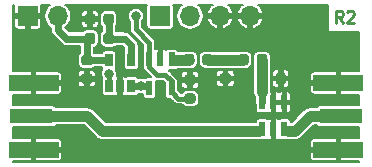
<source format=gtl>
G04 #@! TF.GenerationSoftware,KiCad,Pcbnew,5.1.6-c6e7f7d~86~ubuntu18.04.1*
G04 #@! TF.CreationDate,2020-07-16T21:36:01-04:00*
G04 #@! TF.ProjectId,rf-detector-r2,72662d64-6574-4656-9374-6f722d72322e,rev?*
G04 #@! TF.SameCoordinates,Original*
G04 #@! TF.FileFunction,Copper,L1,Top*
G04 #@! TF.FilePolarity,Positive*
%FSLAX46Y46*%
G04 Gerber Fmt 4.6, Leading zero omitted, Abs format (unit mm)*
G04 Created by KiCad (PCBNEW 5.1.6-c6e7f7d~86~ubuntu18.04.1) date 2020-07-16 21:36:01*
%MOMM*%
%LPD*%
G01*
G04 APERTURE LIST*
G04 #@! TA.AperFunction,NonConductor*
%ADD10C,0.250000*%
G04 #@! TD*
G04 #@! TA.AperFunction,SMDPad,CuDef*
%ADD11R,0.508000X1.219200*%
G04 #@! TD*
G04 #@! TA.AperFunction,ComponentPad*
%ADD12R,1.700000X1.700000*%
G04 #@! TD*
G04 #@! TA.AperFunction,ComponentPad*
%ADD13O,1.700000X1.700000*%
G04 #@! TD*
G04 #@! TA.AperFunction,SMDPad,CuDef*
%ADD14R,0.508000X1.270000*%
G04 #@! TD*
G04 #@! TA.AperFunction,SMDPad,CuDef*
%ADD15R,4.200000X1.350000*%
G04 #@! TD*
G04 #@! TA.AperFunction,SMDPad,CuDef*
%ADD16R,3.600000X1.270000*%
G04 #@! TD*
G04 #@! TA.AperFunction,SMDPad,CuDef*
%ADD17R,0.650000X1.060000*%
G04 #@! TD*
G04 #@! TA.AperFunction,ViaPad*
%ADD18C,0.800000*%
G04 #@! TD*
G04 #@! TA.AperFunction,Conductor*
%ADD19C,0.904000*%
G04 #@! TD*
G04 #@! TA.AperFunction,Conductor*
%ADD20C,0.600000*%
G04 #@! TD*
G04 #@! TA.AperFunction,Conductor*
%ADD21C,0.400000*%
G04 #@! TD*
G04 #@! TA.AperFunction,Conductor*
%ADD22C,0.200000*%
G04 #@! TD*
G04 APERTURE END LIST*
D10*
X125273333Y-88872380D02*
X124940000Y-88396190D01*
X124701904Y-88872380D02*
X124701904Y-87872380D01*
X125082857Y-87872380D01*
X125178095Y-87920000D01*
X125225714Y-87967619D01*
X125273333Y-88062857D01*
X125273333Y-88205714D01*
X125225714Y-88300952D01*
X125178095Y-88348571D01*
X125082857Y-88396190D01*
X124701904Y-88396190D01*
X125654285Y-87967619D02*
X125701904Y-87920000D01*
X125797142Y-87872380D01*
X126035238Y-87872380D01*
X126130476Y-87920000D01*
X126178095Y-87967619D01*
X126225714Y-88062857D01*
X126225714Y-88158095D01*
X126178095Y-88300952D01*
X125606666Y-88872380D01*
X126225714Y-88872380D01*
G04 #@! TO.P,C2,1*
G04 #@! TO.N,GND*
G04 #@! TA.AperFunction,SMDPad,CuDef*
G36*
G01*
X112075750Y-93277000D02*
X112588250Y-93277000D01*
G75*
G02*
X112807000Y-93495750I0J-218750D01*
G01*
X112807000Y-93933250D01*
G75*
G02*
X112588250Y-94152000I-218750J0D01*
G01*
X112075750Y-94152000D01*
G75*
G02*
X111857000Y-93933250I0J218750D01*
G01*
X111857000Y-93495750D01*
G75*
G02*
X112075750Y-93277000I218750J0D01*
G01*
G37*
G04 #@! TD.AperFunction*
G04 #@! TO.P,C2,2*
G04 #@! TO.N,+5V*
G04 #@! TA.AperFunction,SMDPad,CuDef*
G36*
G01*
X112075750Y-94852000D02*
X112588250Y-94852000D01*
G75*
G02*
X112807000Y-95070750I0J-218750D01*
G01*
X112807000Y-95508250D01*
G75*
G02*
X112588250Y-95727000I-218750J0D01*
G01*
X112075750Y-95727000D01*
G75*
G02*
X111857000Y-95508250I0J218750D01*
G01*
X111857000Y-95070750D01*
G75*
G02*
X112075750Y-94852000I218750J0D01*
G01*
G37*
G04 #@! TD.AperFunction*
G04 #@! TD*
D11*
G04 #@! TO.P,U2,1*
G04 #@! TO.N,Net-(C1-Pad1)*
X110771800Y-91982800D03*
G04 #@! TO.P,U2,2*
G04 #@! TO.N,GND*
X109832000Y-91982800D03*
G04 #@! TO.P,U2,3*
G04 #@! TO.N,+5V*
X108892200Y-91982800D03*
G04 #@! TO.P,U2,4*
G04 #@! TO.N,RF_POW*
X108892200Y-94421200D03*
G04 #@! TO.P,U2,5*
G04 #@! TO.N,+5V*
X110771800Y-94421200D03*
G04 #@! TD*
D12*
G04 #@! TO.P,J3,1*
G04 #@! TO.N,RF_DETECT*
X109800000Y-88300000D03*
D13*
G04 #@! TO.P,J3,2*
G04 #@! TO.N,RF_POW*
X112340000Y-88300000D03*
G04 #@! TO.P,J3,3*
G04 #@! TO.N,GND*
X114880000Y-88300000D03*
G04 #@! TO.P,J3,4*
X117420000Y-88300000D03*
G04 #@! TD*
G04 #@! TO.P,C1,1*
G04 #@! TO.N,Net-(C1-Pad1)*
G04 #@! TA.AperFunction,SMDPad,CuDef*
G36*
G01*
X111807000Y-92258250D02*
X111807000Y-91745750D01*
G75*
G02*
X112025750Y-91527000I218750J0D01*
G01*
X112463250Y-91527000D01*
G75*
G02*
X112682000Y-91745750I0J-218750D01*
G01*
X112682000Y-92258250D01*
G75*
G02*
X112463250Y-92477000I-218750J0D01*
G01*
X112025750Y-92477000D01*
G75*
G02*
X111807000Y-92258250I0J218750D01*
G01*
G37*
G04 #@! TD.AperFunction*
G04 #@! TO.P,C1,2*
G04 #@! TO.N,Net-(C1-Pad2)*
G04 #@! TA.AperFunction,SMDPad,CuDef*
G36*
G01*
X113382000Y-92258250D02*
X113382000Y-91745750D01*
G75*
G02*
X113600750Y-91527000I218750J0D01*
G01*
X114038250Y-91527000D01*
G75*
G02*
X114257000Y-91745750I0J-218750D01*
G01*
X114257000Y-92258250D01*
G75*
G02*
X114038250Y-92477000I-218750J0D01*
G01*
X113600750Y-92477000D01*
G75*
G02*
X113382000Y-92258250I0J218750D01*
G01*
G37*
G04 #@! TD.AperFunction*
G04 #@! TD*
G04 #@! TO.P,R1,1*
G04 #@! TO.N,Net-(R1-Pad1)*
G04 #@! TA.AperFunction,SMDPad,CuDef*
G36*
G01*
X118007000Y-93858250D02*
X118007000Y-93345750D01*
G75*
G02*
X118225750Y-93127000I218750J0D01*
G01*
X118663250Y-93127000D01*
G75*
G02*
X118882000Y-93345750I0J-218750D01*
G01*
X118882000Y-93858250D01*
G75*
G02*
X118663250Y-94077000I-218750J0D01*
G01*
X118225750Y-94077000D01*
G75*
G02*
X118007000Y-93858250I0J218750D01*
G01*
G37*
G04 #@! TD.AperFunction*
G04 #@! TO.P,R1,2*
G04 #@! TO.N,GND*
G04 #@! TA.AperFunction,SMDPad,CuDef*
G36*
G01*
X119582000Y-93858250D02*
X119582000Y-93345750D01*
G75*
G02*
X119800750Y-93127000I218750J0D01*
G01*
X120238250Y-93127000D01*
G75*
G02*
X120457000Y-93345750I0J-218750D01*
G01*
X120457000Y-93858250D01*
G75*
G02*
X120238250Y-94077000I-218750J0D01*
G01*
X119800750Y-94077000D01*
G75*
G02*
X119582000Y-93858250I0J218750D01*
G01*
G37*
G04 #@! TD.AperFunction*
G04 #@! TD*
G04 #@! TO.P,R3,1*
G04 #@! TO.N,Net-(C1-Pad2)*
G04 #@! TA.AperFunction,SMDPad,CuDef*
G36*
G01*
X116427000Y-92258250D02*
X116427000Y-91745750D01*
G75*
G02*
X116645750Y-91527000I218750J0D01*
G01*
X117083250Y-91527000D01*
G75*
G02*
X117302000Y-91745750I0J-218750D01*
G01*
X117302000Y-92258250D01*
G75*
G02*
X117083250Y-92477000I-218750J0D01*
G01*
X116645750Y-92477000D01*
G75*
G02*
X116427000Y-92258250I0J218750D01*
G01*
G37*
G04 #@! TD.AperFunction*
G04 #@! TO.P,R3,2*
G04 #@! TO.N,Net-(R1-Pad1)*
G04 #@! TA.AperFunction,SMDPad,CuDef*
G36*
G01*
X118002000Y-92258250D02*
X118002000Y-91745750D01*
G75*
G02*
X118220750Y-91527000I218750J0D01*
G01*
X118658250Y-91527000D01*
G75*
G02*
X118877000Y-91745750I0J-218750D01*
G01*
X118877000Y-92258250D01*
G75*
G02*
X118658250Y-92477000I-218750J0D01*
G01*
X118220750Y-92477000D01*
G75*
G02*
X118002000Y-92258250I0J218750D01*
G01*
G37*
G04 #@! TD.AperFunction*
G04 #@! TD*
G04 #@! TO.P,R4,2*
G04 #@! TO.N,Net-(C1-Pad2)*
G04 #@! TA.AperFunction,SMDPad,CuDef*
G36*
G01*
X115588250Y-92452000D02*
X115075750Y-92452000D01*
G75*
G02*
X114857000Y-92233250I0J218750D01*
G01*
X114857000Y-91795750D01*
G75*
G02*
X115075750Y-91577000I218750J0D01*
G01*
X115588250Y-91577000D01*
G75*
G02*
X115807000Y-91795750I0J-218750D01*
G01*
X115807000Y-92233250D01*
G75*
G02*
X115588250Y-92452000I-218750J0D01*
G01*
G37*
G04 #@! TD.AperFunction*
G04 #@! TO.P,R4,1*
G04 #@! TO.N,GND*
G04 #@! TA.AperFunction,SMDPad,CuDef*
G36*
G01*
X115588250Y-94027000D02*
X115075750Y-94027000D01*
G75*
G02*
X114857000Y-93808250I0J218750D01*
G01*
X114857000Y-93370750D01*
G75*
G02*
X115075750Y-93152000I218750J0D01*
G01*
X115588250Y-93152000D01*
G75*
G02*
X115807000Y-93370750I0J-218750D01*
G01*
X115807000Y-93808250D01*
G75*
G02*
X115588250Y-94027000I-218750J0D01*
G01*
G37*
G04 #@! TD.AperFunction*
G04 #@! TD*
D14*
G04 #@! TO.P,U1,5*
G04 #@! TO.N,GND*
X119392200Y-97902000D03*
G04 #@! TO.P,U1,4*
G04 #@! TO.N,Net-(J1-Pad1)*
X118452400Y-97902000D03*
G04 #@! TO.P,U1,6*
G04 #@! TO.N,Net-(J2-Pad1)*
X120332000Y-97902000D03*
G04 #@! TO.P,U1,1*
G04 #@! TO.N,GND*
X120332000Y-95616000D03*
G04 #@! TO.P,U1,2*
X119392200Y-95616000D03*
G04 #@! TO.P,U1,3*
G04 #@! TO.N,Net-(R1-Pad1)*
X118452400Y-95616000D03*
G04 #@! TD*
D15*
G04 #@! TO.P,J1,2*
G04 #@! TO.N,GND*
X99100000Y-93975000D03*
X99100000Y-99625000D03*
D16*
G04 #@! TO.P,J1,1*
G04 #@! TO.N,Net-(J1-Pad1)*
X98900000Y-96800000D03*
G04 #@! TD*
G04 #@! TO.P,J2,1*
G04 #@! TO.N,Net-(J2-Pad1)*
X125100000Y-96800000D03*
D15*
G04 #@! TO.P,J2,2*
G04 #@! TO.N,GND*
X124900000Y-93975000D03*
X124900000Y-99625000D03*
G04 #@! TD*
G04 #@! TO.P,C3,1*
G04 #@! TO.N,GND*
G04 #@! TA.AperFunction,SMDPad,CuDef*
G36*
G01*
X103856250Y-94055000D02*
X103343750Y-94055000D01*
G75*
G02*
X103125000Y-93836250I0J218750D01*
G01*
X103125000Y-93398750D01*
G75*
G02*
X103343750Y-93180000I218750J0D01*
G01*
X103856250Y-93180000D01*
G75*
G02*
X104075000Y-93398750I0J-218750D01*
G01*
X104075000Y-93836250D01*
G75*
G02*
X103856250Y-94055000I-218750J0D01*
G01*
G37*
G04 #@! TD.AperFunction*
G04 #@! TO.P,C3,2*
G04 #@! TO.N,+5V*
G04 #@! TA.AperFunction,SMDPad,CuDef*
G36*
G01*
X103856250Y-92480000D02*
X103343750Y-92480000D01*
G75*
G02*
X103125000Y-92261250I0J218750D01*
G01*
X103125000Y-91823750D01*
G75*
G02*
X103343750Y-91605000I218750J0D01*
G01*
X103856250Y-91605000D01*
G75*
G02*
X104075000Y-91823750I0J-218750D01*
G01*
X104075000Y-92261250D01*
G75*
G02*
X103856250Y-92480000I-218750J0D01*
G01*
G37*
G04 #@! TD.AperFunction*
G04 #@! TD*
G04 #@! TO.P,R2,2*
G04 #@! TO.N,+5V*
G04 #@! TA.AperFunction,SMDPad,CuDef*
G36*
G01*
X104310000Y-89953750D02*
X104310000Y-90466250D01*
G75*
G02*
X104091250Y-90685000I-218750J0D01*
G01*
X103653750Y-90685000D01*
G75*
G02*
X103435000Y-90466250I0J218750D01*
G01*
X103435000Y-89953750D01*
G75*
G02*
X103653750Y-89735000I218750J0D01*
G01*
X104091250Y-89735000D01*
G75*
G02*
X104310000Y-89953750I0J-218750D01*
G01*
G37*
G04 #@! TD.AperFunction*
G04 #@! TO.P,R2,1*
G04 #@! TO.N,Net-(R2-Pad1)*
G04 #@! TA.AperFunction,SMDPad,CuDef*
G36*
G01*
X105885000Y-89953750D02*
X105885000Y-90466250D01*
G75*
G02*
X105666250Y-90685000I-218750J0D01*
G01*
X105228750Y-90685000D01*
G75*
G02*
X105010000Y-90466250I0J218750D01*
G01*
X105010000Y-89953750D01*
G75*
G02*
X105228750Y-89735000I218750J0D01*
G01*
X105666250Y-89735000D01*
G75*
G02*
X105885000Y-89953750I0J-218750D01*
G01*
G37*
G04 #@! TD.AperFunction*
G04 #@! TD*
G04 #@! TO.P,R5,1*
G04 #@! TO.N,Net-(R2-Pad1)*
G04 #@! TA.AperFunction,SMDPad,CuDef*
G36*
G01*
X105885000Y-88313750D02*
X105885000Y-88826250D01*
G75*
G02*
X105666250Y-89045000I-218750J0D01*
G01*
X105228750Y-89045000D01*
G75*
G02*
X105010000Y-88826250I0J218750D01*
G01*
X105010000Y-88313750D01*
G75*
G02*
X105228750Y-88095000I218750J0D01*
G01*
X105666250Y-88095000D01*
G75*
G02*
X105885000Y-88313750I0J-218750D01*
G01*
G37*
G04 #@! TD.AperFunction*
G04 #@! TO.P,R5,2*
G04 #@! TO.N,GND*
G04 #@! TA.AperFunction,SMDPad,CuDef*
G36*
G01*
X104310000Y-88313750D02*
X104310000Y-88826250D01*
G75*
G02*
X104091250Y-89045000I-218750J0D01*
G01*
X103653750Y-89045000D01*
G75*
G02*
X103435000Y-88826250I0J218750D01*
G01*
X103435000Y-88313750D01*
G75*
G02*
X103653750Y-88095000I218750J0D01*
G01*
X104091250Y-88095000D01*
G75*
G02*
X104310000Y-88313750I0J-218750D01*
G01*
G37*
G04 #@! TD.AperFunction*
G04 #@! TD*
D17*
G04 #@! TO.P,U3,1*
G04 #@! TO.N,RF_DETECT*
X105478000Y-94242000D03*
G04 #@! TO.P,U3,2*
G04 #@! TO.N,GND*
X106428000Y-94242000D03*
G04 #@! TO.P,U3,3*
G04 #@! TO.N,RF_POW*
X107378000Y-94242000D03*
G04 #@! TO.P,U3,4*
G04 #@! TO.N,Net-(R2-Pad1)*
X107378000Y-92042000D03*
G04 #@! TO.P,U3,5*
G04 #@! TO.N,+5V*
X105478000Y-92042000D03*
G04 #@! TD*
D12*
G04 #@! TO.P,J4,1*
G04 #@! TO.N,GND*
X98600000Y-88300000D03*
D13*
G04 #@! TO.P,J4,2*
G04 #@! TO.N,+5V*
X101140000Y-88300000D03*
G04 #@! TD*
D18*
G04 #@! TO.N,GND*
X122900000Y-95450000D03*
X121350000Y-96200000D03*
X103850000Y-98900000D03*
X103100000Y-98100000D03*
X97700000Y-98200000D03*
X98750000Y-98200000D03*
X99800000Y-98200000D03*
X100900000Y-98200000D03*
X102000000Y-98100000D03*
X126300000Y-95400000D03*
X125200000Y-95400000D03*
X124100000Y-95400000D03*
X120357692Y-99350000D03*
X119334615Y-99350000D03*
X124100000Y-98150000D03*
X121380769Y-99350000D03*
X122250000Y-98750000D03*
X126300000Y-98150000D03*
X125200000Y-98150000D03*
X116157692Y-99350000D03*
X117180769Y-99350000D03*
X113092307Y-96750000D03*
X114115384Y-96750000D03*
X115138461Y-96750000D03*
X105923076Y-99350000D03*
X106946153Y-99350000D03*
X107969230Y-99350000D03*
X108992307Y-99350000D03*
X110015384Y-99350000D03*
X111038461Y-99350000D03*
X112061538Y-99350000D03*
X113084615Y-99350000D03*
X114107692Y-99350000D03*
X115130769Y-99350000D03*
X104900000Y-99350000D03*
X117176923Y-96750000D03*
X116153846Y-96750000D03*
X112061538Y-96750000D03*
X111038461Y-96750000D03*
X110015384Y-96750000D03*
X108992307Y-96750000D03*
X107969230Y-96750000D03*
X106946153Y-96750000D03*
X105923076Y-96750000D03*
X119382000Y-96752000D03*
X121200000Y-93600000D03*
X120002000Y-92232000D03*
X117142000Y-93312000D03*
X117132000Y-94582000D03*
X115362000Y-94902000D03*
X113952000Y-93512000D03*
X102495000Y-91171000D03*
X124890000Y-90550000D03*
X122050000Y-91150000D03*
X118250000Y-99350000D03*
X106450000Y-92940000D03*
X102552000Y-89181000D03*
X126110000Y-90520000D03*
X122150000Y-92700000D03*
X123590000Y-90550000D03*
X97940000Y-90860000D03*
X109817000Y-90697000D03*
X111310000Y-90750000D03*
X112650000Y-90730000D03*
X113890000Y-90730000D03*
X115240000Y-90780000D03*
X116360000Y-90770000D03*
X117666000Y-90763000D03*
X113800000Y-95700000D03*
X121230000Y-89430000D03*
X121850000Y-87850000D03*
X123300000Y-88700000D03*
X119100000Y-89950000D03*
X123100000Y-98150000D03*
X102000000Y-99600000D03*
X101031000Y-90670000D03*
X106800000Y-89300000D03*
X102000000Y-94000000D03*
X101850000Y-92850000D03*
X122150000Y-100200000D03*
X121350000Y-95050000D03*
X105000000Y-96200000D03*
X104150000Y-95550000D03*
X103100000Y-95500000D03*
X102000000Y-95500000D03*
X100900000Y-95400000D03*
X97700000Y-95400000D03*
X98750000Y-95400000D03*
X99800000Y-95400000D03*
X98050000Y-92550000D03*
X99250000Y-92550000D03*
X100600000Y-92550000D03*
X125800000Y-92550000D03*
X124550000Y-92550000D03*
X123300000Y-92550000D03*
X122050000Y-93950000D03*
X106450000Y-95450000D03*
X119100000Y-87750000D03*
G04 #@! TO.N,RF_DETECT*
X105485000Y-93175000D03*
G04 #@! TO.N,RF_POW*
X108174000Y-94242000D03*
G04 #@! TO.N,+5V*
X107750000Y-88300000D03*
G04 #@! TD*
D19*
G04 #@! TO.N,Net-(C1-Pad1)*
X112244500Y-92002000D02*
X111032000Y-92002000D01*
G04 #@! TO.N,Net-(C1-Pad2)*
X115344500Y-92002000D02*
X115332000Y-92014500D01*
X116864500Y-92002000D02*
X115344500Y-92002000D01*
X115319500Y-92002000D02*
X115332000Y-92014500D01*
X113819500Y-92002000D02*
X115319500Y-92002000D01*
G04 #@! TO.N,Net-(J1-Pad1)*
X104900000Y-98050000D02*
X118200000Y-98050000D01*
X103650000Y-96800000D02*
X104900000Y-98050000D01*
X98900000Y-96800000D02*
X103650000Y-96800000D01*
G04 #@! TO.N,Net-(J2-Pad1)*
X120600000Y-98050000D02*
X121250000Y-98050000D01*
X122500000Y-96800000D02*
X125100000Y-96800000D01*
X121250000Y-98050000D02*
X122500000Y-96800000D01*
D20*
G04 #@! TO.N,RF_POW*
X107378000Y-94242000D02*
X108174000Y-94242000D01*
X108174000Y-94242000D02*
X108713000Y-94242000D01*
D21*
G04 #@! TO.N,+5V*
X110771800Y-94421200D02*
X110771800Y-94721800D01*
X111339500Y-95289500D02*
X112332000Y-95289500D01*
X110771800Y-94721800D02*
X111339500Y-95289500D01*
D19*
G04 #@! TO.N,Net-(R1-Pad1)*
X118439500Y-93597000D02*
X118444500Y-93602000D01*
X118439500Y-92002000D02*
X118439500Y-93597000D01*
D20*
X118452400Y-95616000D02*
X118452400Y-94722400D01*
D19*
X118452400Y-93609900D02*
X118444500Y-93602000D01*
X118452400Y-94722400D02*
X118452400Y-93609900D01*
D20*
G04 #@! TO.N,+5V*
X105477500Y-92042500D02*
X105478000Y-92042000D01*
X103600000Y-92042500D02*
X105477500Y-92042500D01*
X103600000Y-90482500D02*
X103872500Y-90210000D01*
X103600000Y-92042500D02*
X103600000Y-90482500D01*
D21*
X108892200Y-91982800D02*
X108892200Y-90572200D01*
X107750000Y-89430000D02*
X107750000Y-88300000D01*
X108892200Y-90572200D02*
X107750000Y-89430000D01*
X110771800Y-93821800D02*
X110771800Y-94421200D01*
X109562000Y-93289000D02*
X110239000Y-93289000D01*
X108892200Y-91982800D02*
X108892200Y-92619200D01*
X110239000Y-93289000D02*
X110771800Y-93821800D01*
X108892200Y-92619200D02*
X109562000Y-93289000D01*
D20*
X101847919Y-90210000D02*
X103872500Y-90210000D01*
X101140000Y-89502081D02*
X101847919Y-90210000D01*
X101140000Y-88300000D02*
X101140000Y-89502081D01*
D21*
G04 #@! TO.N,RF_DETECT*
X105478000Y-93182000D02*
X105485000Y-93175000D01*
X105478000Y-94242000D02*
X105478000Y-93182000D01*
D20*
G04 #@! TO.N,Net-(R2-Pad1)*
X105447500Y-88570000D02*
X105447500Y-90210000D01*
X105447500Y-90210000D02*
X106800000Y-90210000D01*
X107378000Y-90788000D02*
X107378000Y-92042000D01*
X106800000Y-90210000D02*
X107378000Y-90788000D01*
G04 #@! TD*
D22*
G04 #@! TO.N,GND*
G36*
X97454340Y-87391190D02*
G01*
X97448548Y-87450000D01*
X97450000Y-88071000D01*
X97525000Y-88146000D01*
X98446000Y-88146000D01*
X98446000Y-88126000D01*
X98754000Y-88126000D01*
X98754000Y-88146000D01*
X99675000Y-88146000D01*
X99750000Y-88071000D01*
X99751452Y-87450000D01*
X99745660Y-87391190D01*
X99733165Y-87350000D01*
X100491831Y-87350000D01*
X100406918Y-87406737D01*
X100246737Y-87566918D01*
X100120884Y-87755271D01*
X100034194Y-87964557D01*
X99990000Y-88186735D01*
X99990000Y-88413265D01*
X100034194Y-88635443D01*
X100120884Y-88844729D01*
X100246737Y-89033082D01*
X100406918Y-89193263D01*
X100540001Y-89282186D01*
X100540001Y-89472598D01*
X100537097Y-89502081D01*
X100548682Y-89619701D01*
X100569249Y-89687500D01*
X100582991Y-89732802D01*
X100638705Y-89837036D01*
X100713684Y-89928398D01*
X100736581Y-89947189D01*
X101402810Y-90613419D01*
X101421602Y-90636317D01*
X101512964Y-90711296D01*
X101612442Y-90764468D01*
X101617198Y-90767010D01*
X101730298Y-90801318D01*
X101847919Y-90812903D01*
X101877393Y-90810000D01*
X103000001Y-90810000D01*
X103000000Y-91436144D01*
X102975912Y-91455912D01*
X102911219Y-91534742D01*
X102863147Y-91624678D01*
X102833545Y-91722264D01*
X102823549Y-91823750D01*
X102823549Y-92261250D01*
X102833545Y-92362736D01*
X102863147Y-92460322D01*
X102911219Y-92550258D01*
X102975912Y-92629088D01*
X103054742Y-92693781D01*
X103144678Y-92741853D01*
X103242264Y-92771455D01*
X103343750Y-92781451D01*
X103856250Y-92781451D01*
X103957736Y-92771455D01*
X104055322Y-92741853D01*
X104145258Y-92693781D01*
X104207745Y-92642500D01*
X104860887Y-92642500D01*
X104874496Y-92687360D01*
X104902353Y-92739477D01*
X104919866Y-92760816D01*
X104864668Y-92843426D01*
X104811901Y-92970818D01*
X104785000Y-93106056D01*
X104785000Y-93243944D01*
X104811901Y-93379182D01*
X104864668Y-93506574D01*
X104896874Y-93554774D01*
X104874496Y-93596640D01*
X104857341Y-93653190D01*
X104851549Y-93712000D01*
X104851549Y-94772000D01*
X104857341Y-94830810D01*
X104874496Y-94887360D01*
X104902353Y-94939477D01*
X104939842Y-94985158D01*
X104985523Y-95022647D01*
X105037640Y-95050504D01*
X105094190Y-95067659D01*
X105153000Y-95073451D01*
X105803000Y-95073451D01*
X105861810Y-95067659D01*
X105918360Y-95050504D01*
X105952999Y-95031989D01*
X105987639Y-95050505D01*
X106044190Y-95067660D01*
X106103000Y-95073452D01*
X106199000Y-95072000D01*
X106274000Y-94997000D01*
X106274000Y-94396000D01*
X106254000Y-94396000D01*
X106254000Y-94088000D01*
X106274000Y-94088000D01*
X106274000Y-93487000D01*
X106582000Y-93487000D01*
X106582000Y-94088000D01*
X106602000Y-94088000D01*
X106602000Y-94396000D01*
X106582000Y-94396000D01*
X106582000Y-94997000D01*
X106657000Y-95072000D01*
X106753000Y-95073452D01*
X106811810Y-95067660D01*
X106868361Y-95050505D01*
X106903001Y-95031989D01*
X106937640Y-95050504D01*
X106994190Y-95067659D01*
X107053000Y-95073451D01*
X107703000Y-95073451D01*
X107761810Y-95067659D01*
X107818360Y-95050504D01*
X107870477Y-95022647D01*
X107916158Y-94985158D01*
X107953647Y-94939477D01*
X107967247Y-94914034D01*
X107969818Y-94915099D01*
X108105056Y-94942000D01*
X108242944Y-94942000D01*
X108336749Y-94923341D01*
X108336749Y-95030800D01*
X108342541Y-95089610D01*
X108359696Y-95146160D01*
X108387553Y-95198277D01*
X108425042Y-95243958D01*
X108470723Y-95281447D01*
X108522840Y-95309304D01*
X108579390Y-95326459D01*
X108638200Y-95332251D01*
X109146200Y-95332251D01*
X109205010Y-95326459D01*
X109261560Y-95309304D01*
X109313677Y-95281447D01*
X109359358Y-95243958D01*
X109396847Y-95198277D01*
X109424704Y-95146160D01*
X109441859Y-95089610D01*
X109447651Y-95030800D01*
X109447651Y-93811600D01*
X109444119Y-93775739D01*
X109463983Y-93781765D01*
X109537440Y-93789000D01*
X109537449Y-93789000D01*
X109561999Y-93791418D01*
X109586549Y-93789000D01*
X110031895Y-93789000D01*
X110216349Y-93973455D01*
X110216349Y-95030800D01*
X110222141Y-95089610D01*
X110239296Y-95146160D01*
X110267153Y-95198277D01*
X110304642Y-95243958D01*
X110350323Y-95281447D01*
X110402440Y-95309304D01*
X110458990Y-95326459D01*
X110517800Y-95332251D01*
X110675146Y-95332251D01*
X110968575Y-95625681D01*
X110984236Y-95644764D01*
X111060371Y-95707246D01*
X111147233Y-95753675D01*
X111200443Y-95769816D01*
X111241482Y-95782265D01*
X111339499Y-95791919D01*
X111364059Y-95789500D01*
X111639072Y-95789500D01*
X111643219Y-95797258D01*
X111707912Y-95876088D01*
X111786742Y-95940781D01*
X111876678Y-95988853D01*
X111974264Y-96018455D01*
X112075750Y-96028451D01*
X112588250Y-96028451D01*
X112689736Y-96018455D01*
X112787322Y-95988853D01*
X112877258Y-95940781D01*
X112956088Y-95876088D01*
X113020781Y-95797258D01*
X113068853Y-95707322D01*
X113098455Y-95609736D01*
X113108451Y-95508250D01*
X113108451Y-95070750D01*
X113098455Y-94969264D01*
X113068853Y-94871678D01*
X113020781Y-94781742D01*
X112956088Y-94702912D01*
X112877258Y-94638219D01*
X112787322Y-94590147D01*
X112689736Y-94560545D01*
X112588250Y-94550549D01*
X112075750Y-94550549D01*
X111974264Y-94560545D01*
X111876678Y-94590147D01*
X111786742Y-94638219D01*
X111707912Y-94702912D01*
X111643219Y-94781742D01*
X111639072Y-94789500D01*
X111546606Y-94789500D01*
X111327251Y-94570146D01*
X111327251Y-94152000D01*
X111555548Y-94152000D01*
X111561340Y-94210810D01*
X111578495Y-94267361D01*
X111606352Y-94319478D01*
X111643841Y-94365159D01*
X111689522Y-94402648D01*
X111741639Y-94430505D01*
X111798190Y-94447660D01*
X111857000Y-94453452D01*
X112103000Y-94452000D01*
X112178000Y-94377000D01*
X112178000Y-93868500D01*
X112486000Y-93868500D01*
X112486000Y-94377000D01*
X112561000Y-94452000D01*
X112807000Y-94453452D01*
X112865810Y-94447660D01*
X112922361Y-94430505D01*
X112974478Y-94402648D01*
X113020159Y-94365159D01*
X113057648Y-94319478D01*
X113085505Y-94267361D01*
X113102660Y-94210810D01*
X113108452Y-94152000D01*
X113107582Y-94027000D01*
X114555548Y-94027000D01*
X114561340Y-94085810D01*
X114578495Y-94142361D01*
X114606352Y-94194478D01*
X114643841Y-94240159D01*
X114689522Y-94277648D01*
X114741639Y-94305505D01*
X114798190Y-94322660D01*
X114857000Y-94328452D01*
X115103000Y-94327000D01*
X115178000Y-94252000D01*
X115178000Y-93743500D01*
X115486000Y-93743500D01*
X115486000Y-94252000D01*
X115561000Y-94327000D01*
X115807000Y-94328452D01*
X115865810Y-94322660D01*
X115922361Y-94305505D01*
X115974478Y-94277648D01*
X116020159Y-94240159D01*
X116057648Y-94194478D01*
X116085505Y-94142361D01*
X116102660Y-94085810D01*
X116108452Y-94027000D01*
X116107000Y-93818500D01*
X116032000Y-93743500D01*
X115486000Y-93743500D01*
X115178000Y-93743500D01*
X114632000Y-93743500D01*
X114557000Y-93818500D01*
X114555548Y-94027000D01*
X113107582Y-94027000D01*
X113107000Y-93943500D01*
X113032000Y-93868500D01*
X112486000Y-93868500D01*
X112178000Y-93868500D01*
X111632000Y-93868500D01*
X111557000Y-93943500D01*
X111555548Y-94152000D01*
X111327251Y-94152000D01*
X111327251Y-93811600D01*
X111321459Y-93752790D01*
X111304304Y-93696240D01*
X111276447Y-93644123D01*
X111238958Y-93598442D01*
X111237201Y-93597000D01*
X117683862Y-93597000D01*
X117694672Y-93706746D01*
X117698382Y-93744418D01*
X117700401Y-93751073D01*
X117700400Y-94759337D01*
X117711281Y-94869817D01*
X117754282Y-95011569D01*
X117824110Y-95142209D01*
X117852400Y-95176681D01*
X117852400Y-95645473D01*
X117861082Y-95733620D01*
X117895390Y-95846720D01*
X117896949Y-95849637D01*
X117896949Y-96251000D01*
X117902741Y-96309810D01*
X117919896Y-96366360D01*
X117947753Y-96418477D01*
X117985242Y-96464158D01*
X118030923Y-96501647D01*
X118083040Y-96529504D01*
X118139590Y-96546659D01*
X118198400Y-96552451D01*
X118706400Y-96552451D01*
X118765210Y-96546659D01*
X118821760Y-96529504D01*
X118873877Y-96501647D01*
X118919558Y-96464158D01*
X118922299Y-96460818D01*
X118925041Y-96464159D01*
X118970722Y-96501648D01*
X119022839Y-96529505D01*
X119079390Y-96546660D01*
X119138200Y-96552452D01*
X119163200Y-96551000D01*
X119238200Y-96476000D01*
X119238200Y-95770000D01*
X119546200Y-95770000D01*
X119546200Y-96476000D01*
X119621200Y-96551000D01*
X119646200Y-96552452D01*
X119705010Y-96546660D01*
X119761561Y-96529505D01*
X119813678Y-96501648D01*
X119859359Y-96464159D01*
X119862100Y-96460819D01*
X119864841Y-96464159D01*
X119910522Y-96501648D01*
X119962639Y-96529505D01*
X120019190Y-96546660D01*
X120078000Y-96552452D01*
X120103000Y-96551000D01*
X120178000Y-96476000D01*
X120178000Y-95770000D01*
X120486000Y-95770000D01*
X120486000Y-96476000D01*
X120561000Y-96551000D01*
X120586000Y-96552452D01*
X120644810Y-96546660D01*
X120701361Y-96529505D01*
X120753478Y-96501648D01*
X120799159Y-96464159D01*
X120836648Y-96418478D01*
X120864505Y-96366361D01*
X120881660Y-96309810D01*
X120887452Y-96251000D01*
X120886000Y-95845000D01*
X120811000Y-95770000D01*
X120486000Y-95770000D01*
X120178000Y-95770000D01*
X119546200Y-95770000D01*
X119238200Y-95770000D01*
X119218200Y-95770000D01*
X119218200Y-95462000D01*
X119238200Y-95462000D01*
X119238200Y-94756000D01*
X119546200Y-94756000D01*
X119546200Y-95462000D01*
X120178000Y-95462000D01*
X120178000Y-94756000D01*
X120486000Y-94756000D01*
X120486000Y-95462000D01*
X120811000Y-95462000D01*
X120886000Y-95387000D01*
X120887452Y-94981000D01*
X120881660Y-94922190D01*
X120864505Y-94865639D01*
X120836648Y-94813522D01*
X120799159Y-94767841D01*
X120753478Y-94730352D01*
X120701361Y-94702495D01*
X120644810Y-94685340D01*
X120586000Y-94679548D01*
X120561000Y-94681000D01*
X120486000Y-94756000D01*
X120178000Y-94756000D01*
X120103000Y-94681000D01*
X120078000Y-94679548D01*
X120019190Y-94685340D01*
X119962639Y-94702495D01*
X119910522Y-94730352D01*
X119864841Y-94767841D01*
X119862100Y-94771181D01*
X119859359Y-94767841D01*
X119813678Y-94730352D01*
X119761561Y-94702495D01*
X119705010Y-94685340D01*
X119646200Y-94679548D01*
X119621200Y-94681000D01*
X119546200Y-94756000D01*
X119238200Y-94756000D01*
X119204400Y-94722200D01*
X119204400Y-94650000D01*
X122498548Y-94650000D01*
X122504340Y-94708810D01*
X122521495Y-94765361D01*
X122549352Y-94817478D01*
X122586841Y-94863159D01*
X122632522Y-94900648D01*
X122684639Y-94928505D01*
X122741190Y-94945660D01*
X122800000Y-94951452D01*
X124671000Y-94950000D01*
X124746000Y-94875000D01*
X124746000Y-94129000D01*
X122575000Y-94129000D01*
X122500000Y-94204000D01*
X122498548Y-94650000D01*
X119204400Y-94650000D01*
X119204400Y-94077000D01*
X119280548Y-94077000D01*
X119286340Y-94135810D01*
X119303495Y-94192361D01*
X119331352Y-94244478D01*
X119368841Y-94290159D01*
X119414522Y-94327648D01*
X119466639Y-94355505D01*
X119523190Y-94372660D01*
X119582000Y-94378452D01*
X119790500Y-94377000D01*
X119865500Y-94302000D01*
X119865500Y-93756000D01*
X120173500Y-93756000D01*
X120173500Y-94302000D01*
X120248500Y-94377000D01*
X120457000Y-94378452D01*
X120515810Y-94372660D01*
X120572361Y-94355505D01*
X120624478Y-94327648D01*
X120670159Y-94290159D01*
X120707648Y-94244478D01*
X120735505Y-94192361D01*
X120752660Y-94135810D01*
X120758452Y-94077000D01*
X120757000Y-93831000D01*
X120682000Y-93756000D01*
X120173500Y-93756000D01*
X119865500Y-93756000D01*
X119357000Y-93756000D01*
X119282000Y-93831000D01*
X119280548Y-94077000D01*
X119204400Y-94077000D01*
X119204400Y-93646835D01*
X119208038Y-93609899D01*
X119203217Y-93560953D01*
X119193519Y-93462482D01*
X119191500Y-93455826D01*
X119191500Y-93127000D01*
X119280548Y-93127000D01*
X119282000Y-93373000D01*
X119357000Y-93448000D01*
X119865500Y-93448000D01*
X119865500Y-92902000D01*
X120173500Y-92902000D01*
X120173500Y-93448000D01*
X120682000Y-93448000D01*
X120757000Y-93373000D01*
X120757430Y-93300000D01*
X122498548Y-93300000D01*
X122500000Y-93746000D01*
X122575000Y-93821000D01*
X124746000Y-93821000D01*
X124746000Y-93075000D01*
X124671000Y-93000000D01*
X122800000Y-92998548D01*
X122741190Y-93004340D01*
X122684639Y-93021495D01*
X122632522Y-93049352D01*
X122586841Y-93086841D01*
X122549352Y-93132522D01*
X122521495Y-93184639D01*
X122504340Y-93241190D01*
X122498548Y-93300000D01*
X120757430Y-93300000D01*
X120758452Y-93127000D01*
X120752660Y-93068190D01*
X120735505Y-93011639D01*
X120707648Y-92959522D01*
X120670159Y-92913841D01*
X120624478Y-92876352D01*
X120572361Y-92848495D01*
X120515810Y-92831340D01*
X120457000Y-92825548D01*
X120248500Y-92827000D01*
X120173500Y-92902000D01*
X119865500Y-92902000D01*
X119790500Y-92827000D01*
X119582000Y-92825548D01*
X119523190Y-92831340D01*
X119466639Y-92848495D01*
X119414522Y-92876352D01*
X119368841Y-92913841D01*
X119331352Y-92959522D01*
X119303495Y-93011639D01*
X119286340Y-93068190D01*
X119280548Y-93127000D01*
X119191500Y-93127000D01*
X119191500Y-91965062D01*
X119180619Y-91854582D01*
X119178451Y-91847435D01*
X119178451Y-91745750D01*
X119168455Y-91644264D01*
X119138853Y-91546678D01*
X119090781Y-91456742D01*
X119026088Y-91377912D01*
X118947258Y-91313219D01*
X118857322Y-91265147D01*
X118759736Y-91235545D01*
X118658250Y-91225549D01*
X118220750Y-91225549D01*
X118119264Y-91235545D01*
X118021678Y-91265147D01*
X117931742Y-91313219D01*
X117852912Y-91377912D01*
X117788219Y-91456742D01*
X117740147Y-91546678D01*
X117710545Y-91644264D01*
X117700549Y-91745750D01*
X117700549Y-91847436D01*
X117698381Y-91854583D01*
X117687500Y-91965063D01*
X117687501Y-93560055D01*
X117683862Y-93597000D01*
X111237201Y-93597000D01*
X111204039Y-93569785D01*
X111189546Y-93542671D01*
X111127064Y-93466536D01*
X111107981Y-93450875D01*
X110934106Y-93277000D01*
X111555548Y-93277000D01*
X111557000Y-93485500D01*
X111632000Y-93560500D01*
X112178000Y-93560500D01*
X112178000Y-93052000D01*
X112486000Y-93052000D01*
X112486000Y-93560500D01*
X113032000Y-93560500D01*
X113107000Y-93485500D01*
X113108452Y-93277000D01*
X113102660Y-93218190D01*
X113085505Y-93161639D01*
X113080353Y-93152000D01*
X114555548Y-93152000D01*
X114557000Y-93360500D01*
X114632000Y-93435500D01*
X115178000Y-93435500D01*
X115178000Y-92927000D01*
X115486000Y-92927000D01*
X115486000Y-93435500D01*
X116032000Y-93435500D01*
X116107000Y-93360500D01*
X116108452Y-93152000D01*
X116102660Y-93093190D01*
X116085505Y-93036639D01*
X116057648Y-92984522D01*
X116020159Y-92938841D01*
X115974478Y-92901352D01*
X115922361Y-92873495D01*
X115865810Y-92856340D01*
X115807000Y-92850548D01*
X115561000Y-92852000D01*
X115486000Y-92927000D01*
X115178000Y-92927000D01*
X115103000Y-92852000D01*
X114857000Y-92850548D01*
X114798190Y-92856340D01*
X114741639Y-92873495D01*
X114689522Y-92901352D01*
X114643841Y-92938841D01*
X114606352Y-92984522D01*
X114578495Y-93036639D01*
X114561340Y-93093190D01*
X114555548Y-93152000D01*
X113080353Y-93152000D01*
X113057648Y-93109522D01*
X113020159Y-93063841D01*
X112974478Y-93026352D01*
X112922361Y-92998495D01*
X112865810Y-92981340D01*
X112807000Y-92975548D01*
X112561000Y-92977000D01*
X112486000Y-93052000D01*
X112178000Y-93052000D01*
X112103000Y-92977000D01*
X111857000Y-92975548D01*
X111798190Y-92981340D01*
X111741639Y-92998495D01*
X111689522Y-93026352D01*
X111643841Y-93063841D01*
X111606352Y-93109522D01*
X111578495Y-93161639D01*
X111561340Y-93218190D01*
X111555548Y-93277000D01*
X110934106Y-93277000D01*
X110609929Y-92952824D01*
X110594264Y-92933736D01*
X110545664Y-92893851D01*
X111025800Y-92893851D01*
X111084610Y-92888059D01*
X111141160Y-92870904D01*
X111193277Y-92843047D01*
X111238958Y-92805558D01*
X111276447Y-92759877D01*
X111279588Y-92754000D01*
X111876612Y-92754000D01*
X111924264Y-92768455D01*
X112025750Y-92778451D01*
X112463250Y-92778451D01*
X112564736Y-92768455D01*
X112662322Y-92738853D01*
X112752258Y-92690781D01*
X112831088Y-92626088D01*
X112895781Y-92547258D01*
X112943853Y-92457322D01*
X112973455Y-92359736D01*
X112983451Y-92258250D01*
X112983451Y-92156565D01*
X112985619Y-92149418D01*
X113000138Y-92002000D01*
X113063862Y-92002000D01*
X113078381Y-92149418D01*
X113080549Y-92156565D01*
X113080549Y-92258250D01*
X113090545Y-92359736D01*
X113120147Y-92457322D01*
X113168219Y-92547258D01*
X113232912Y-92626088D01*
X113311742Y-92690781D01*
X113401678Y-92738853D01*
X113499264Y-92768455D01*
X113600750Y-92778451D01*
X114038250Y-92778451D01*
X114139736Y-92768455D01*
X114187388Y-92754000D01*
X115179249Y-92754000D01*
X115184583Y-92755618D01*
X115332000Y-92770138D01*
X115479417Y-92755618D01*
X115484751Y-92754000D01*
X116496612Y-92754000D01*
X116544264Y-92768455D01*
X116645750Y-92778451D01*
X117083250Y-92778451D01*
X117184736Y-92768455D01*
X117282322Y-92738853D01*
X117372258Y-92690781D01*
X117451088Y-92626088D01*
X117515781Y-92547258D01*
X117563853Y-92457322D01*
X117593455Y-92359736D01*
X117603451Y-92258250D01*
X117603451Y-92156565D01*
X117605619Y-92149418D01*
X117620138Y-92002000D01*
X117605619Y-91854582D01*
X117603451Y-91847435D01*
X117603451Y-91745750D01*
X117593455Y-91644264D01*
X117563853Y-91546678D01*
X117515781Y-91456742D01*
X117451088Y-91377912D01*
X117372258Y-91313219D01*
X117282322Y-91265147D01*
X117184736Y-91235545D01*
X117083250Y-91225549D01*
X116645750Y-91225549D01*
X116544264Y-91235545D01*
X116496612Y-91250000D01*
X115381435Y-91250000D01*
X115344500Y-91246362D01*
X115332000Y-91247593D01*
X115319500Y-91246362D01*
X115282565Y-91250000D01*
X114187388Y-91250000D01*
X114139736Y-91235545D01*
X114038250Y-91225549D01*
X113600750Y-91225549D01*
X113499264Y-91235545D01*
X113401678Y-91265147D01*
X113311742Y-91313219D01*
X113232912Y-91377912D01*
X113168219Y-91456742D01*
X113120147Y-91546678D01*
X113090545Y-91644264D01*
X113080549Y-91745750D01*
X113080549Y-91847435D01*
X113078381Y-91854582D01*
X113063862Y-92002000D01*
X113000138Y-92002000D01*
X112985619Y-91854582D01*
X112983451Y-91847435D01*
X112983451Y-91745750D01*
X112973455Y-91644264D01*
X112943853Y-91546678D01*
X112895781Y-91456742D01*
X112831088Y-91377912D01*
X112752258Y-91313219D01*
X112662322Y-91265147D01*
X112564736Y-91235545D01*
X112463250Y-91225549D01*
X112025750Y-91225549D01*
X111924264Y-91235545D01*
X111876612Y-91250000D01*
X111300113Y-91250000D01*
X111276447Y-91205723D01*
X111238958Y-91160042D01*
X111193277Y-91122553D01*
X111141160Y-91094696D01*
X111084610Y-91077541D01*
X111025800Y-91071749D01*
X110517800Y-91071749D01*
X110458990Y-91077541D01*
X110402440Y-91094696D01*
X110350323Y-91122553D01*
X110304642Y-91160042D01*
X110301901Y-91163382D01*
X110299159Y-91160041D01*
X110253478Y-91122552D01*
X110201361Y-91094695D01*
X110144810Y-91077540D01*
X110086000Y-91071748D01*
X110061000Y-91073200D01*
X109986000Y-91148200D01*
X109986000Y-91828800D01*
X110006000Y-91828800D01*
X110006000Y-92136800D01*
X109986000Y-92136800D01*
X109986000Y-92156800D01*
X109678000Y-92156800D01*
X109678000Y-92136800D01*
X109658000Y-92136800D01*
X109658000Y-91828800D01*
X109678000Y-91828800D01*
X109678000Y-91148200D01*
X109603000Y-91073200D01*
X109578000Y-91071748D01*
X109519190Y-91077540D01*
X109462639Y-91094695D01*
X109410522Y-91122552D01*
X109392200Y-91137588D01*
X109392200Y-90596760D01*
X109394619Y-90572200D01*
X109384965Y-90474183D01*
X109374815Y-90440722D01*
X109356375Y-90379933D01*
X109309946Y-90293071D01*
X109247464Y-90216936D01*
X109228387Y-90201280D01*
X108250000Y-89222895D01*
X108250000Y-88789950D01*
X108293726Y-88746224D01*
X108370332Y-88631574D01*
X108423099Y-88504182D01*
X108450000Y-88368944D01*
X108450000Y-88231056D01*
X108423099Y-88095818D01*
X108370332Y-87968426D01*
X108293726Y-87853776D01*
X108196224Y-87756274D01*
X108081574Y-87679668D01*
X107954182Y-87626901D01*
X107818944Y-87600000D01*
X107681056Y-87600000D01*
X107545818Y-87626901D01*
X107418426Y-87679668D01*
X107303776Y-87756274D01*
X107206274Y-87853776D01*
X107129668Y-87968426D01*
X107076901Y-88095818D01*
X107050000Y-88231056D01*
X107050000Y-88368944D01*
X107076901Y-88504182D01*
X107129668Y-88631574D01*
X107206274Y-88746224D01*
X107250001Y-88789951D01*
X107250000Y-89405439D01*
X107247581Y-89430000D01*
X107257235Y-89528017D01*
X107265908Y-89556607D01*
X107285825Y-89622266D01*
X107332254Y-89709129D01*
X107394736Y-89785264D01*
X107413824Y-89800929D01*
X108392201Y-90779308D01*
X108392201Y-91200060D01*
X108387553Y-91205723D01*
X108359696Y-91257840D01*
X108342541Y-91314390D01*
X108336749Y-91373200D01*
X108336749Y-92592400D01*
X108342541Y-92651210D01*
X108359696Y-92707760D01*
X108387553Y-92759877D01*
X108425042Y-92805558D01*
X108426629Y-92806860D01*
X108428026Y-92811467D01*
X108474455Y-92898329D01*
X108536937Y-92974464D01*
X108556019Y-92990124D01*
X109076042Y-93510149D01*
X108638200Y-93510149D01*
X108579390Y-93515941D01*
X108522840Y-93533096D01*
X108470723Y-93560953D01*
X108433246Y-93591709D01*
X108378182Y-93568901D01*
X108242944Y-93542000D01*
X108105056Y-93542000D01*
X107969818Y-93568901D01*
X107967247Y-93569966D01*
X107953647Y-93544523D01*
X107916158Y-93498842D01*
X107870477Y-93461353D01*
X107818360Y-93433496D01*
X107761810Y-93416341D01*
X107703000Y-93410549D01*
X107053000Y-93410549D01*
X106994190Y-93416341D01*
X106937640Y-93433496D01*
X106903001Y-93452011D01*
X106868361Y-93433495D01*
X106811810Y-93416340D01*
X106753000Y-93410548D01*
X106657000Y-93412000D01*
X106582000Y-93487000D01*
X106274000Y-93487000D01*
X106199000Y-93412000D01*
X106144845Y-93411181D01*
X106158099Y-93379182D01*
X106185000Y-93243944D01*
X106185000Y-93106056D01*
X106158099Y-92970818D01*
X106105332Y-92843426D01*
X106043851Y-92751413D01*
X106053647Y-92739477D01*
X106081504Y-92687360D01*
X106098659Y-92630810D01*
X106104451Y-92572000D01*
X106104451Y-91512000D01*
X106098659Y-91453190D01*
X106081504Y-91396640D01*
X106053647Y-91344523D01*
X106016158Y-91298842D01*
X105970477Y-91261353D01*
X105918360Y-91233496D01*
X105861810Y-91216341D01*
X105803000Y-91210549D01*
X105153000Y-91210549D01*
X105094190Y-91216341D01*
X105037640Y-91233496D01*
X104985523Y-91261353D01*
X104939842Y-91298842D01*
X104902353Y-91344523D01*
X104874496Y-91396640D01*
X104860584Y-91442500D01*
X104207745Y-91442500D01*
X104200000Y-91436144D01*
X104200000Y-90974252D01*
X104290322Y-90946853D01*
X104380258Y-90898781D01*
X104459088Y-90834088D01*
X104523781Y-90755258D01*
X104571853Y-90665322D01*
X104601455Y-90567736D01*
X104611451Y-90466250D01*
X104611451Y-89953750D01*
X104601455Y-89852264D01*
X104571853Y-89754678D01*
X104523781Y-89664742D01*
X104459088Y-89585912D01*
X104380258Y-89521219D01*
X104290322Y-89473147D01*
X104192736Y-89443545D01*
X104091250Y-89433549D01*
X103653750Y-89433549D01*
X103552264Y-89443545D01*
X103454678Y-89473147D01*
X103364742Y-89521219D01*
X103285912Y-89585912D01*
X103266144Y-89610000D01*
X102096447Y-89610000D01*
X101757163Y-89270717D01*
X101873082Y-89193263D01*
X102021345Y-89045000D01*
X103133548Y-89045000D01*
X103139340Y-89103810D01*
X103156495Y-89160361D01*
X103184352Y-89212478D01*
X103221841Y-89258159D01*
X103267522Y-89295648D01*
X103319639Y-89323505D01*
X103376190Y-89340660D01*
X103435000Y-89346452D01*
X103643500Y-89345000D01*
X103718500Y-89270000D01*
X103718500Y-88724000D01*
X104026500Y-88724000D01*
X104026500Y-89270000D01*
X104101500Y-89345000D01*
X104310000Y-89346452D01*
X104368810Y-89340660D01*
X104425361Y-89323505D01*
X104477478Y-89295648D01*
X104523159Y-89258159D01*
X104560648Y-89212478D01*
X104588505Y-89160361D01*
X104605660Y-89103810D01*
X104611452Y-89045000D01*
X104610000Y-88799000D01*
X104535000Y-88724000D01*
X104026500Y-88724000D01*
X103718500Y-88724000D01*
X103210000Y-88724000D01*
X103135000Y-88799000D01*
X103133548Y-89045000D01*
X102021345Y-89045000D01*
X102033263Y-89033082D01*
X102159116Y-88844729D01*
X102245806Y-88635443D01*
X102290000Y-88413265D01*
X102290000Y-88186735D01*
X102271753Y-88095000D01*
X103133548Y-88095000D01*
X103135000Y-88341000D01*
X103210000Y-88416000D01*
X103718500Y-88416000D01*
X103718500Y-87870000D01*
X104026500Y-87870000D01*
X104026500Y-88416000D01*
X104535000Y-88416000D01*
X104610000Y-88341000D01*
X104610160Y-88313750D01*
X104708549Y-88313750D01*
X104708549Y-88826250D01*
X104718545Y-88927736D01*
X104748147Y-89025322D01*
X104796219Y-89115258D01*
X104847500Y-89177746D01*
X104847501Y-89602254D01*
X104796219Y-89664742D01*
X104748147Y-89754678D01*
X104718545Y-89852264D01*
X104708549Y-89953750D01*
X104708549Y-90466250D01*
X104718545Y-90567736D01*
X104748147Y-90665322D01*
X104796219Y-90755258D01*
X104860912Y-90834088D01*
X104939742Y-90898781D01*
X105029678Y-90946853D01*
X105127264Y-90976455D01*
X105228750Y-90986451D01*
X105666250Y-90986451D01*
X105767736Y-90976455D01*
X105865322Y-90946853D01*
X105955258Y-90898781D01*
X106034088Y-90834088D01*
X106053856Y-90810000D01*
X106551472Y-90810000D01*
X106778000Y-91036529D01*
X106778000Y-91390084D01*
X106774496Y-91396640D01*
X106757341Y-91453190D01*
X106751549Y-91512000D01*
X106751549Y-92572000D01*
X106757341Y-92630810D01*
X106774496Y-92687360D01*
X106802353Y-92739477D01*
X106839842Y-92785158D01*
X106885523Y-92822647D01*
X106937640Y-92850504D01*
X106994190Y-92867659D01*
X107053000Y-92873451D01*
X107703000Y-92873451D01*
X107761810Y-92867659D01*
X107818360Y-92850504D01*
X107870477Y-92822647D01*
X107916158Y-92785158D01*
X107953647Y-92739477D01*
X107981504Y-92687360D01*
X107998659Y-92630810D01*
X108004451Y-92572000D01*
X108004451Y-91512000D01*
X107998659Y-91453190D01*
X107981504Y-91396640D01*
X107978000Y-91390084D01*
X107978000Y-90817465D01*
X107980902Y-90787999D01*
X107978000Y-90758533D01*
X107978000Y-90758526D01*
X107969318Y-90670379D01*
X107935010Y-90557279D01*
X107879296Y-90453045D01*
X107804317Y-90361683D01*
X107781425Y-90342896D01*
X107245113Y-89806585D01*
X107226317Y-89783683D01*
X107134955Y-89708704D01*
X107030721Y-89652990D01*
X106917621Y-89618682D01*
X106829474Y-89610000D01*
X106800000Y-89607097D01*
X106770526Y-89610000D01*
X106053856Y-89610000D01*
X106047500Y-89602255D01*
X106047500Y-89177745D01*
X106098781Y-89115258D01*
X106146853Y-89025322D01*
X106176455Y-88927736D01*
X106186451Y-88826250D01*
X106186451Y-88313750D01*
X106176455Y-88212264D01*
X106146853Y-88114678D01*
X106098781Y-88024742D01*
X106034088Y-87945912D01*
X105955258Y-87881219D01*
X105865322Y-87833147D01*
X105767736Y-87803545D01*
X105666250Y-87793549D01*
X105228750Y-87793549D01*
X105127264Y-87803545D01*
X105029678Y-87833147D01*
X104939742Y-87881219D01*
X104860912Y-87945912D01*
X104796219Y-88024742D01*
X104748147Y-88114678D01*
X104718545Y-88212264D01*
X104708549Y-88313750D01*
X104610160Y-88313750D01*
X104611452Y-88095000D01*
X104605660Y-88036190D01*
X104588505Y-87979639D01*
X104560648Y-87927522D01*
X104523159Y-87881841D01*
X104477478Y-87844352D01*
X104425361Y-87816495D01*
X104368810Y-87799340D01*
X104310000Y-87793548D01*
X104101500Y-87795000D01*
X104026500Y-87870000D01*
X103718500Y-87870000D01*
X103643500Y-87795000D01*
X103435000Y-87793548D01*
X103376190Y-87799340D01*
X103319639Y-87816495D01*
X103267522Y-87844352D01*
X103221841Y-87881841D01*
X103184352Y-87927522D01*
X103156495Y-87979639D01*
X103139340Y-88036190D01*
X103133548Y-88095000D01*
X102271753Y-88095000D01*
X102245806Y-87964557D01*
X102159116Y-87755271D01*
X102033263Y-87566918D01*
X101873082Y-87406737D01*
X101788169Y-87350000D01*
X108666836Y-87350000D01*
X108654341Y-87391190D01*
X108648549Y-87450000D01*
X108648549Y-89150000D01*
X108654341Y-89208810D01*
X108671496Y-89265360D01*
X108699353Y-89317477D01*
X108736842Y-89363158D01*
X108782523Y-89400647D01*
X108834640Y-89428504D01*
X108891190Y-89445659D01*
X108950000Y-89451451D01*
X110650000Y-89451451D01*
X110708810Y-89445659D01*
X110765360Y-89428504D01*
X110817477Y-89400647D01*
X110863158Y-89363158D01*
X110900647Y-89317477D01*
X110928504Y-89265360D01*
X110945659Y-89208810D01*
X110951451Y-89150000D01*
X110951451Y-87450000D01*
X110945659Y-87391190D01*
X110933164Y-87350000D01*
X111691831Y-87350000D01*
X111606918Y-87406737D01*
X111446737Y-87566918D01*
X111320884Y-87755271D01*
X111234194Y-87964557D01*
X111190000Y-88186735D01*
X111190000Y-88413265D01*
X111234194Y-88635443D01*
X111320884Y-88844729D01*
X111446737Y-89033082D01*
X111606918Y-89193263D01*
X111795271Y-89319116D01*
X112004557Y-89405806D01*
X112226735Y-89450000D01*
X112453265Y-89450000D01*
X112675443Y-89405806D01*
X112884729Y-89319116D01*
X113073082Y-89193263D01*
X113233263Y-89033082D01*
X113359116Y-88844729D01*
X113445806Y-88635443D01*
X113446812Y-88630385D01*
X113778472Y-88630385D01*
X113864092Y-88838934D01*
X113988753Y-89026772D01*
X114147664Y-89186681D01*
X114334719Y-89312515D01*
X114542728Y-89399439D01*
X114549617Y-89401520D01*
X114726000Y-89363912D01*
X114726000Y-88454000D01*
X115034000Y-88454000D01*
X115034000Y-89363912D01*
X115210383Y-89401520D01*
X115217272Y-89399439D01*
X115425281Y-89312515D01*
X115612336Y-89186681D01*
X115771247Y-89026772D01*
X115895908Y-88838934D01*
X115981528Y-88630385D01*
X116318472Y-88630385D01*
X116404092Y-88838934D01*
X116528753Y-89026772D01*
X116687664Y-89186681D01*
X116874719Y-89312515D01*
X117082728Y-89399439D01*
X117089617Y-89401520D01*
X117266000Y-89363912D01*
X117266000Y-88454000D01*
X117574000Y-88454000D01*
X117574000Y-89363912D01*
X117750383Y-89401520D01*
X117757272Y-89399439D01*
X117965281Y-89312515D01*
X118152336Y-89186681D01*
X118311247Y-89026772D01*
X118435908Y-88838934D01*
X118521528Y-88630385D01*
X118484650Y-88454000D01*
X117574000Y-88454000D01*
X117266000Y-88454000D01*
X116355350Y-88454000D01*
X116318472Y-88630385D01*
X115981528Y-88630385D01*
X115944650Y-88454000D01*
X115034000Y-88454000D01*
X114726000Y-88454000D01*
X113815350Y-88454000D01*
X113778472Y-88630385D01*
X113446812Y-88630385D01*
X113490000Y-88413265D01*
X113490000Y-88186735D01*
X113445806Y-87964557D01*
X113359116Y-87755271D01*
X113233263Y-87566918D01*
X113073082Y-87406737D01*
X112988169Y-87350000D01*
X114241789Y-87350000D01*
X114147664Y-87413319D01*
X113988753Y-87573228D01*
X113864092Y-87761066D01*
X113778472Y-87969615D01*
X113815350Y-88146000D01*
X114726000Y-88146000D01*
X114726000Y-88126000D01*
X115034000Y-88126000D01*
X115034000Y-88146000D01*
X115944650Y-88146000D01*
X115981528Y-87969615D01*
X115895908Y-87761066D01*
X115771247Y-87573228D01*
X115612336Y-87413319D01*
X115518211Y-87350000D01*
X116781789Y-87350000D01*
X116687664Y-87413319D01*
X116528753Y-87573228D01*
X116404092Y-87761066D01*
X116318472Y-87969615D01*
X116355350Y-88146000D01*
X117266000Y-88146000D01*
X117266000Y-88126000D01*
X117574000Y-88126000D01*
X117574000Y-88146000D01*
X118484650Y-88146000D01*
X118521528Y-87969615D01*
X118435908Y-87761066D01*
X118311247Y-87573228D01*
X118152336Y-87413319D01*
X118058211Y-87350000D01*
X124038810Y-87350000D01*
X124038810Y-89687500D01*
X126650000Y-89687500D01*
X126650000Y-92998820D01*
X125129000Y-93000000D01*
X125054000Y-93075000D01*
X125054000Y-93821000D01*
X125074000Y-93821000D01*
X125074000Y-94129000D01*
X125054000Y-94129000D01*
X125054000Y-94875000D01*
X125129000Y-94950000D01*
X126650001Y-94951180D01*
X126650001Y-95863549D01*
X123300000Y-95863549D01*
X123241190Y-95869341D01*
X123184640Y-95886496D01*
X123132523Y-95914353D01*
X123086842Y-95951842D01*
X123049353Y-95997523D01*
X123022373Y-96048000D01*
X122536935Y-96048000D01*
X122500000Y-96044362D01*
X122463064Y-96048000D01*
X122463062Y-96048000D01*
X122352582Y-96058881D01*
X122210830Y-96101882D01*
X122080190Y-96171710D01*
X121965683Y-96265683D01*
X121942137Y-96294374D01*
X120938512Y-97298000D01*
X120887451Y-97298000D01*
X120887451Y-97267000D01*
X120881659Y-97208190D01*
X120864504Y-97151640D01*
X120836647Y-97099523D01*
X120799158Y-97053842D01*
X120753477Y-97016353D01*
X120701360Y-96988496D01*
X120644810Y-96971341D01*
X120586000Y-96965549D01*
X120078000Y-96965549D01*
X120019190Y-96971341D01*
X119962640Y-96988496D01*
X119910523Y-97016353D01*
X119864842Y-97053842D01*
X119862101Y-97057182D01*
X119859359Y-97053841D01*
X119813678Y-97016352D01*
X119761561Y-96988495D01*
X119705010Y-96971340D01*
X119646200Y-96965548D01*
X119621200Y-96967000D01*
X119546200Y-97042000D01*
X119546200Y-97748000D01*
X119566200Y-97748000D01*
X119566200Y-98056000D01*
X119546200Y-98056000D01*
X119546200Y-98762000D01*
X119621200Y-98837000D01*
X119646200Y-98838452D01*
X119705010Y-98832660D01*
X119761561Y-98815505D01*
X119813678Y-98787648D01*
X119859359Y-98750159D01*
X119862101Y-98746818D01*
X119864842Y-98750158D01*
X119910523Y-98787647D01*
X119962640Y-98815504D01*
X120019190Y-98832659D01*
X120078000Y-98838451D01*
X120586000Y-98838451D01*
X120644810Y-98832659D01*
X120701360Y-98815504D01*
X120726624Y-98802000D01*
X121213065Y-98802000D01*
X121250000Y-98805638D01*
X121286935Y-98802000D01*
X121286938Y-98802000D01*
X121397418Y-98791119D01*
X121539170Y-98748118D01*
X121669810Y-98678290D01*
X121784317Y-98584317D01*
X121807867Y-98555621D01*
X122811489Y-97552000D01*
X123022373Y-97552000D01*
X123049353Y-97602477D01*
X123086842Y-97648158D01*
X123132523Y-97685647D01*
X123184640Y-97713504D01*
X123241190Y-97730659D01*
X123300000Y-97736451D01*
X126650001Y-97736451D01*
X126650001Y-98648820D01*
X125129000Y-98650000D01*
X125054000Y-98725000D01*
X125054000Y-99471000D01*
X125074000Y-99471000D01*
X125074000Y-99779000D01*
X125054000Y-99779000D01*
X125054000Y-100525000D01*
X125129000Y-100600000D01*
X126650001Y-100601180D01*
X126650001Y-100650000D01*
X97350000Y-100650000D01*
X97350000Y-100601180D01*
X98871000Y-100600000D01*
X98946000Y-100525000D01*
X98946000Y-99779000D01*
X99254000Y-99779000D01*
X99254000Y-100525000D01*
X99329000Y-100600000D01*
X101200000Y-100601452D01*
X101258810Y-100595660D01*
X101315361Y-100578505D01*
X101367478Y-100550648D01*
X101413159Y-100513159D01*
X101450648Y-100467478D01*
X101478505Y-100415361D01*
X101495660Y-100358810D01*
X101501452Y-100300000D01*
X122498548Y-100300000D01*
X122504340Y-100358810D01*
X122521495Y-100415361D01*
X122549352Y-100467478D01*
X122586841Y-100513159D01*
X122632522Y-100550648D01*
X122684639Y-100578505D01*
X122741190Y-100595660D01*
X122800000Y-100601452D01*
X124671000Y-100600000D01*
X124746000Y-100525000D01*
X124746000Y-99779000D01*
X122575000Y-99779000D01*
X122500000Y-99854000D01*
X122498548Y-100300000D01*
X101501452Y-100300000D01*
X101500000Y-99854000D01*
X101425000Y-99779000D01*
X99254000Y-99779000D01*
X98946000Y-99779000D01*
X98926000Y-99779000D01*
X98926000Y-99471000D01*
X98946000Y-99471000D01*
X98946000Y-98725000D01*
X99254000Y-98725000D01*
X99254000Y-99471000D01*
X101425000Y-99471000D01*
X101500000Y-99396000D01*
X101501452Y-98950000D01*
X122498548Y-98950000D01*
X122500000Y-99396000D01*
X122575000Y-99471000D01*
X124746000Y-99471000D01*
X124746000Y-98725000D01*
X124671000Y-98650000D01*
X122800000Y-98648548D01*
X122741190Y-98654340D01*
X122684639Y-98671495D01*
X122632522Y-98699352D01*
X122586841Y-98736841D01*
X122549352Y-98782522D01*
X122521495Y-98834639D01*
X122504340Y-98891190D01*
X122498548Y-98950000D01*
X101501452Y-98950000D01*
X101495660Y-98891190D01*
X101478505Y-98834639D01*
X101450648Y-98782522D01*
X101413159Y-98736841D01*
X101367478Y-98699352D01*
X101315361Y-98671495D01*
X101258810Y-98654340D01*
X101200000Y-98648548D01*
X99329000Y-98650000D01*
X99254000Y-98725000D01*
X98946000Y-98725000D01*
X98871000Y-98650000D01*
X97350000Y-98648820D01*
X97350000Y-97736451D01*
X100700000Y-97736451D01*
X100758810Y-97730659D01*
X100815360Y-97713504D01*
X100867477Y-97685647D01*
X100913158Y-97648158D01*
X100950647Y-97602477D01*
X100977627Y-97552000D01*
X103338512Y-97552000D01*
X104342137Y-98555626D01*
X104365683Y-98584317D01*
X104480190Y-98678290D01*
X104610830Y-98748118D01*
X104752582Y-98791119D01*
X104863062Y-98802000D01*
X104863064Y-98802000D01*
X104900000Y-98805638D01*
X104936935Y-98802000D01*
X118057776Y-98802000D01*
X118083040Y-98815504D01*
X118139590Y-98832659D01*
X118198400Y-98838451D01*
X118706400Y-98838451D01*
X118765210Y-98832659D01*
X118821760Y-98815504D01*
X118873877Y-98787647D01*
X118919558Y-98750158D01*
X118922299Y-98746818D01*
X118925041Y-98750159D01*
X118970722Y-98787648D01*
X119022839Y-98815505D01*
X119079390Y-98832660D01*
X119138200Y-98838452D01*
X119163200Y-98837000D01*
X119238200Y-98762000D01*
X119238200Y-98056000D01*
X119218200Y-98056000D01*
X119218200Y-97748000D01*
X119238200Y-97748000D01*
X119238200Y-97042000D01*
X119163200Y-96967000D01*
X119138200Y-96965548D01*
X119079390Y-96971340D01*
X119022839Y-96988495D01*
X118970722Y-97016352D01*
X118925041Y-97053841D01*
X118922299Y-97057182D01*
X118919558Y-97053842D01*
X118873877Y-97016353D01*
X118821760Y-96988496D01*
X118765210Y-96971341D01*
X118706400Y-96965549D01*
X118198400Y-96965549D01*
X118139590Y-96971341D01*
X118083040Y-96988496D01*
X118030923Y-97016353D01*
X117985242Y-97053842D01*
X117947753Y-97099523D01*
X117919896Y-97151640D01*
X117902741Y-97208190D01*
X117896949Y-97267000D01*
X117896949Y-97298000D01*
X105211489Y-97298000D01*
X104207867Y-96294379D01*
X104184317Y-96265683D01*
X104069810Y-96171710D01*
X103939170Y-96101882D01*
X103797418Y-96058881D01*
X103686938Y-96048000D01*
X103686935Y-96048000D01*
X103650000Y-96044362D01*
X103613065Y-96048000D01*
X100977627Y-96048000D01*
X100950647Y-95997523D01*
X100913158Y-95951842D01*
X100867477Y-95914353D01*
X100815360Y-95886496D01*
X100758810Y-95869341D01*
X100700000Y-95863549D01*
X97350000Y-95863549D01*
X97350000Y-94951180D01*
X98871000Y-94950000D01*
X98946000Y-94875000D01*
X98946000Y-94129000D01*
X99254000Y-94129000D01*
X99254000Y-94875000D01*
X99329000Y-94950000D01*
X101200000Y-94951452D01*
X101258810Y-94945660D01*
X101315361Y-94928505D01*
X101367478Y-94900648D01*
X101413159Y-94863159D01*
X101450648Y-94817478D01*
X101478505Y-94765361D01*
X101495660Y-94708810D01*
X101501452Y-94650000D01*
X101500000Y-94204000D01*
X101425000Y-94129000D01*
X99254000Y-94129000D01*
X98946000Y-94129000D01*
X98926000Y-94129000D01*
X98926000Y-94055000D01*
X102823548Y-94055000D01*
X102829340Y-94113810D01*
X102846495Y-94170361D01*
X102874352Y-94222478D01*
X102911841Y-94268159D01*
X102957522Y-94305648D01*
X103009639Y-94333505D01*
X103066190Y-94350660D01*
X103125000Y-94356452D01*
X103371000Y-94355000D01*
X103446000Y-94280000D01*
X103446000Y-93771500D01*
X103754000Y-93771500D01*
X103754000Y-94280000D01*
X103829000Y-94355000D01*
X104075000Y-94356452D01*
X104133810Y-94350660D01*
X104190361Y-94333505D01*
X104242478Y-94305648D01*
X104288159Y-94268159D01*
X104325648Y-94222478D01*
X104353505Y-94170361D01*
X104370660Y-94113810D01*
X104376452Y-94055000D01*
X104375000Y-93846500D01*
X104300000Y-93771500D01*
X103754000Y-93771500D01*
X103446000Y-93771500D01*
X102900000Y-93771500D01*
X102825000Y-93846500D01*
X102823548Y-94055000D01*
X98926000Y-94055000D01*
X98926000Y-93821000D01*
X98946000Y-93821000D01*
X98946000Y-93075000D01*
X99254000Y-93075000D01*
X99254000Y-93821000D01*
X101425000Y-93821000D01*
X101500000Y-93746000D01*
X101501452Y-93300000D01*
X101495660Y-93241190D01*
X101478505Y-93184639D01*
X101476026Y-93180000D01*
X102823548Y-93180000D01*
X102825000Y-93388500D01*
X102900000Y-93463500D01*
X103446000Y-93463500D01*
X103446000Y-92955000D01*
X103754000Y-92955000D01*
X103754000Y-93463500D01*
X104300000Y-93463500D01*
X104375000Y-93388500D01*
X104376452Y-93180000D01*
X104370660Y-93121190D01*
X104353505Y-93064639D01*
X104325648Y-93012522D01*
X104288159Y-92966841D01*
X104242478Y-92929352D01*
X104190361Y-92901495D01*
X104133810Y-92884340D01*
X104075000Y-92878548D01*
X103829000Y-92880000D01*
X103754000Y-92955000D01*
X103446000Y-92955000D01*
X103371000Y-92880000D01*
X103125000Y-92878548D01*
X103066190Y-92884340D01*
X103009639Y-92901495D01*
X102957522Y-92929352D01*
X102911841Y-92966841D01*
X102874352Y-93012522D01*
X102846495Y-93064639D01*
X102829340Y-93121190D01*
X102823548Y-93180000D01*
X101476026Y-93180000D01*
X101450648Y-93132522D01*
X101413159Y-93086841D01*
X101367478Y-93049352D01*
X101315361Y-93021495D01*
X101258810Y-93004340D01*
X101200000Y-92998548D01*
X99329000Y-93000000D01*
X99254000Y-93075000D01*
X98946000Y-93075000D01*
X98871000Y-93000000D01*
X97350000Y-92998820D01*
X97350000Y-89150000D01*
X97448548Y-89150000D01*
X97454340Y-89208810D01*
X97471495Y-89265361D01*
X97499352Y-89317478D01*
X97536841Y-89363159D01*
X97582522Y-89400648D01*
X97634639Y-89428505D01*
X97691190Y-89445660D01*
X97750000Y-89451452D01*
X98371000Y-89450000D01*
X98446000Y-89375000D01*
X98446000Y-88454000D01*
X98754000Y-88454000D01*
X98754000Y-89375000D01*
X98829000Y-89450000D01*
X99450000Y-89451452D01*
X99508810Y-89445660D01*
X99565361Y-89428505D01*
X99617478Y-89400648D01*
X99663159Y-89363159D01*
X99700648Y-89317478D01*
X99728505Y-89265361D01*
X99745660Y-89208810D01*
X99751452Y-89150000D01*
X99750000Y-88529000D01*
X99675000Y-88454000D01*
X98754000Y-88454000D01*
X98446000Y-88454000D01*
X97525000Y-88454000D01*
X97450000Y-88529000D01*
X97448548Y-89150000D01*
X97350000Y-89150000D01*
X97350000Y-87350000D01*
X97466835Y-87350000D01*
X97454340Y-87391190D01*
G37*
X97454340Y-87391190D02*
X97448548Y-87450000D01*
X97450000Y-88071000D01*
X97525000Y-88146000D01*
X98446000Y-88146000D01*
X98446000Y-88126000D01*
X98754000Y-88126000D01*
X98754000Y-88146000D01*
X99675000Y-88146000D01*
X99750000Y-88071000D01*
X99751452Y-87450000D01*
X99745660Y-87391190D01*
X99733165Y-87350000D01*
X100491831Y-87350000D01*
X100406918Y-87406737D01*
X100246737Y-87566918D01*
X100120884Y-87755271D01*
X100034194Y-87964557D01*
X99990000Y-88186735D01*
X99990000Y-88413265D01*
X100034194Y-88635443D01*
X100120884Y-88844729D01*
X100246737Y-89033082D01*
X100406918Y-89193263D01*
X100540001Y-89282186D01*
X100540001Y-89472598D01*
X100537097Y-89502081D01*
X100548682Y-89619701D01*
X100569249Y-89687500D01*
X100582991Y-89732802D01*
X100638705Y-89837036D01*
X100713684Y-89928398D01*
X100736581Y-89947189D01*
X101402810Y-90613419D01*
X101421602Y-90636317D01*
X101512964Y-90711296D01*
X101612442Y-90764468D01*
X101617198Y-90767010D01*
X101730298Y-90801318D01*
X101847919Y-90812903D01*
X101877393Y-90810000D01*
X103000001Y-90810000D01*
X103000000Y-91436144D01*
X102975912Y-91455912D01*
X102911219Y-91534742D01*
X102863147Y-91624678D01*
X102833545Y-91722264D01*
X102823549Y-91823750D01*
X102823549Y-92261250D01*
X102833545Y-92362736D01*
X102863147Y-92460322D01*
X102911219Y-92550258D01*
X102975912Y-92629088D01*
X103054742Y-92693781D01*
X103144678Y-92741853D01*
X103242264Y-92771455D01*
X103343750Y-92781451D01*
X103856250Y-92781451D01*
X103957736Y-92771455D01*
X104055322Y-92741853D01*
X104145258Y-92693781D01*
X104207745Y-92642500D01*
X104860887Y-92642500D01*
X104874496Y-92687360D01*
X104902353Y-92739477D01*
X104919866Y-92760816D01*
X104864668Y-92843426D01*
X104811901Y-92970818D01*
X104785000Y-93106056D01*
X104785000Y-93243944D01*
X104811901Y-93379182D01*
X104864668Y-93506574D01*
X104896874Y-93554774D01*
X104874496Y-93596640D01*
X104857341Y-93653190D01*
X104851549Y-93712000D01*
X104851549Y-94772000D01*
X104857341Y-94830810D01*
X104874496Y-94887360D01*
X104902353Y-94939477D01*
X104939842Y-94985158D01*
X104985523Y-95022647D01*
X105037640Y-95050504D01*
X105094190Y-95067659D01*
X105153000Y-95073451D01*
X105803000Y-95073451D01*
X105861810Y-95067659D01*
X105918360Y-95050504D01*
X105952999Y-95031989D01*
X105987639Y-95050505D01*
X106044190Y-95067660D01*
X106103000Y-95073452D01*
X106199000Y-95072000D01*
X106274000Y-94997000D01*
X106274000Y-94396000D01*
X106254000Y-94396000D01*
X106254000Y-94088000D01*
X106274000Y-94088000D01*
X106274000Y-93487000D01*
X106582000Y-93487000D01*
X106582000Y-94088000D01*
X106602000Y-94088000D01*
X106602000Y-94396000D01*
X106582000Y-94396000D01*
X106582000Y-94997000D01*
X106657000Y-95072000D01*
X106753000Y-95073452D01*
X106811810Y-95067660D01*
X106868361Y-95050505D01*
X106903001Y-95031989D01*
X106937640Y-95050504D01*
X106994190Y-95067659D01*
X107053000Y-95073451D01*
X107703000Y-95073451D01*
X107761810Y-95067659D01*
X107818360Y-95050504D01*
X107870477Y-95022647D01*
X107916158Y-94985158D01*
X107953647Y-94939477D01*
X107967247Y-94914034D01*
X107969818Y-94915099D01*
X108105056Y-94942000D01*
X108242944Y-94942000D01*
X108336749Y-94923341D01*
X108336749Y-95030800D01*
X108342541Y-95089610D01*
X108359696Y-95146160D01*
X108387553Y-95198277D01*
X108425042Y-95243958D01*
X108470723Y-95281447D01*
X108522840Y-95309304D01*
X108579390Y-95326459D01*
X108638200Y-95332251D01*
X109146200Y-95332251D01*
X109205010Y-95326459D01*
X109261560Y-95309304D01*
X109313677Y-95281447D01*
X109359358Y-95243958D01*
X109396847Y-95198277D01*
X109424704Y-95146160D01*
X109441859Y-95089610D01*
X109447651Y-95030800D01*
X109447651Y-93811600D01*
X109444119Y-93775739D01*
X109463983Y-93781765D01*
X109537440Y-93789000D01*
X109537449Y-93789000D01*
X109561999Y-93791418D01*
X109586549Y-93789000D01*
X110031895Y-93789000D01*
X110216349Y-93973455D01*
X110216349Y-95030800D01*
X110222141Y-95089610D01*
X110239296Y-95146160D01*
X110267153Y-95198277D01*
X110304642Y-95243958D01*
X110350323Y-95281447D01*
X110402440Y-95309304D01*
X110458990Y-95326459D01*
X110517800Y-95332251D01*
X110675146Y-95332251D01*
X110968575Y-95625681D01*
X110984236Y-95644764D01*
X111060371Y-95707246D01*
X111147233Y-95753675D01*
X111200443Y-95769816D01*
X111241482Y-95782265D01*
X111339499Y-95791919D01*
X111364059Y-95789500D01*
X111639072Y-95789500D01*
X111643219Y-95797258D01*
X111707912Y-95876088D01*
X111786742Y-95940781D01*
X111876678Y-95988853D01*
X111974264Y-96018455D01*
X112075750Y-96028451D01*
X112588250Y-96028451D01*
X112689736Y-96018455D01*
X112787322Y-95988853D01*
X112877258Y-95940781D01*
X112956088Y-95876088D01*
X113020781Y-95797258D01*
X113068853Y-95707322D01*
X113098455Y-95609736D01*
X113108451Y-95508250D01*
X113108451Y-95070750D01*
X113098455Y-94969264D01*
X113068853Y-94871678D01*
X113020781Y-94781742D01*
X112956088Y-94702912D01*
X112877258Y-94638219D01*
X112787322Y-94590147D01*
X112689736Y-94560545D01*
X112588250Y-94550549D01*
X112075750Y-94550549D01*
X111974264Y-94560545D01*
X111876678Y-94590147D01*
X111786742Y-94638219D01*
X111707912Y-94702912D01*
X111643219Y-94781742D01*
X111639072Y-94789500D01*
X111546606Y-94789500D01*
X111327251Y-94570146D01*
X111327251Y-94152000D01*
X111555548Y-94152000D01*
X111561340Y-94210810D01*
X111578495Y-94267361D01*
X111606352Y-94319478D01*
X111643841Y-94365159D01*
X111689522Y-94402648D01*
X111741639Y-94430505D01*
X111798190Y-94447660D01*
X111857000Y-94453452D01*
X112103000Y-94452000D01*
X112178000Y-94377000D01*
X112178000Y-93868500D01*
X112486000Y-93868500D01*
X112486000Y-94377000D01*
X112561000Y-94452000D01*
X112807000Y-94453452D01*
X112865810Y-94447660D01*
X112922361Y-94430505D01*
X112974478Y-94402648D01*
X113020159Y-94365159D01*
X113057648Y-94319478D01*
X113085505Y-94267361D01*
X113102660Y-94210810D01*
X113108452Y-94152000D01*
X113107582Y-94027000D01*
X114555548Y-94027000D01*
X114561340Y-94085810D01*
X114578495Y-94142361D01*
X114606352Y-94194478D01*
X114643841Y-94240159D01*
X114689522Y-94277648D01*
X114741639Y-94305505D01*
X114798190Y-94322660D01*
X114857000Y-94328452D01*
X115103000Y-94327000D01*
X115178000Y-94252000D01*
X115178000Y-93743500D01*
X115486000Y-93743500D01*
X115486000Y-94252000D01*
X115561000Y-94327000D01*
X115807000Y-94328452D01*
X115865810Y-94322660D01*
X115922361Y-94305505D01*
X115974478Y-94277648D01*
X116020159Y-94240159D01*
X116057648Y-94194478D01*
X116085505Y-94142361D01*
X116102660Y-94085810D01*
X116108452Y-94027000D01*
X116107000Y-93818500D01*
X116032000Y-93743500D01*
X115486000Y-93743500D01*
X115178000Y-93743500D01*
X114632000Y-93743500D01*
X114557000Y-93818500D01*
X114555548Y-94027000D01*
X113107582Y-94027000D01*
X113107000Y-93943500D01*
X113032000Y-93868500D01*
X112486000Y-93868500D01*
X112178000Y-93868500D01*
X111632000Y-93868500D01*
X111557000Y-93943500D01*
X111555548Y-94152000D01*
X111327251Y-94152000D01*
X111327251Y-93811600D01*
X111321459Y-93752790D01*
X111304304Y-93696240D01*
X111276447Y-93644123D01*
X111238958Y-93598442D01*
X111237201Y-93597000D01*
X117683862Y-93597000D01*
X117694672Y-93706746D01*
X117698382Y-93744418D01*
X117700401Y-93751073D01*
X117700400Y-94759337D01*
X117711281Y-94869817D01*
X117754282Y-95011569D01*
X117824110Y-95142209D01*
X117852400Y-95176681D01*
X117852400Y-95645473D01*
X117861082Y-95733620D01*
X117895390Y-95846720D01*
X117896949Y-95849637D01*
X117896949Y-96251000D01*
X117902741Y-96309810D01*
X117919896Y-96366360D01*
X117947753Y-96418477D01*
X117985242Y-96464158D01*
X118030923Y-96501647D01*
X118083040Y-96529504D01*
X118139590Y-96546659D01*
X118198400Y-96552451D01*
X118706400Y-96552451D01*
X118765210Y-96546659D01*
X118821760Y-96529504D01*
X118873877Y-96501647D01*
X118919558Y-96464158D01*
X118922299Y-96460818D01*
X118925041Y-96464159D01*
X118970722Y-96501648D01*
X119022839Y-96529505D01*
X119079390Y-96546660D01*
X119138200Y-96552452D01*
X119163200Y-96551000D01*
X119238200Y-96476000D01*
X119238200Y-95770000D01*
X119546200Y-95770000D01*
X119546200Y-96476000D01*
X119621200Y-96551000D01*
X119646200Y-96552452D01*
X119705010Y-96546660D01*
X119761561Y-96529505D01*
X119813678Y-96501648D01*
X119859359Y-96464159D01*
X119862100Y-96460819D01*
X119864841Y-96464159D01*
X119910522Y-96501648D01*
X119962639Y-96529505D01*
X120019190Y-96546660D01*
X120078000Y-96552452D01*
X120103000Y-96551000D01*
X120178000Y-96476000D01*
X120178000Y-95770000D01*
X120486000Y-95770000D01*
X120486000Y-96476000D01*
X120561000Y-96551000D01*
X120586000Y-96552452D01*
X120644810Y-96546660D01*
X120701361Y-96529505D01*
X120753478Y-96501648D01*
X120799159Y-96464159D01*
X120836648Y-96418478D01*
X120864505Y-96366361D01*
X120881660Y-96309810D01*
X120887452Y-96251000D01*
X120886000Y-95845000D01*
X120811000Y-95770000D01*
X120486000Y-95770000D01*
X120178000Y-95770000D01*
X119546200Y-95770000D01*
X119238200Y-95770000D01*
X119218200Y-95770000D01*
X119218200Y-95462000D01*
X119238200Y-95462000D01*
X119238200Y-94756000D01*
X119546200Y-94756000D01*
X119546200Y-95462000D01*
X120178000Y-95462000D01*
X120178000Y-94756000D01*
X120486000Y-94756000D01*
X120486000Y-95462000D01*
X120811000Y-95462000D01*
X120886000Y-95387000D01*
X120887452Y-94981000D01*
X120881660Y-94922190D01*
X120864505Y-94865639D01*
X120836648Y-94813522D01*
X120799159Y-94767841D01*
X120753478Y-94730352D01*
X120701361Y-94702495D01*
X120644810Y-94685340D01*
X120586000Y-94679548D01*
X120561000Y-94681000D01*
X120486000Y-94756000D01*
X120178000Y-94756000D01*
X120103000Y-94681000D01*
X120078000Y-94679548D01*
X120019190Y-94685340D01*
X119962639Y-94702495D01*
X119910522Y-94730352D01*
X119864841Y-94767841D01*
X119862100Y-94771181D01*
X119859359Y-94767841D01*
X119813678Y-94730352D01*
X119761561Y-94702495D01*
X119705010Y-94685340D01*
X119646200Y-94679548D01*
X119621200Y-94681000D01*
X119546200Y-94756000D01*
X119238200Y-94756000D01*
X119204400Y-94722200D01*
X119204400Y-94650000D01*
X122498548Y-94650000D01*
X122504340Y-94708810D01*
X122521495Y-94765361D01*
X122549352Y-94817478D01*
X122586841Y-94863159D01*
X122632522Y-94900648D01*
X122684639Y-94928505D01*
X122741190Y-94945660D01*
X122800000Y-94951452D01*
X124671000Y-94950000D01*
X124746000Y-94875000D01*
X124746000Y-94129000D01*
X122575000Y-94129000D01*
X122500000Y-94204000D01*
X122498548Y-94650000D01*
X119204400Y-94650000D01*
X119204400Y-94077000D01*
X119280548Y-94077000D01*
X119286340Y-94135810D01*
X119303495Y-94192361D01*
X119331352Y-94244478D01*
X119368841Y-94290159D01*
X119414522Y-94327648D01*
X119466639Y-94355505D01*
X119523190Y-94372660D01*
X119582000Y-94378452D01*
X119790500Y-94377000D01*
X119865500Y-94302000D01*
X119865500Y-93756000D01*
X120173500Y-93756000D01*
X120173500Y-94302000D01*
X120248500Y-94377000D01*
X120457000Y-94378452D01*
X120515810Y-94372660D01*
X120572361Y-94355505D01*
X120624478Y-94327648D01*
X120670159Y-94290159D01*
X120707648Y-94244478D01*
X120735505Y-94192361D01*
X120752660Y-94135810D01*
X120758452Y-94077000D01*
X120757000Y-93831000D01*
X120682000Y-93756000D01*
X120173500Y-93756000D01*
X119865500Y-93756000D01*
X119357000Y-93756000D01*
X119282000Y-93831000D01*
X119280548Y-94077000D01*
X119204400Y-94077000D01*
X119204400Y-93646835D01*
X119208038Y-93609899D01*
X119203217Y-93560953D01*
X119193519Y-93462482D01*
X119191500Y-93455826D01*
X119191500Y-93127000D01*
X119280548Y-93127000D01*
X119282000Y-93373000D01*
X119357000Y-93448000D01*
X119865500Y-93448000D01*
X119865500Y-92902000D01*
X120173500Y-92902000D01*
X120173500Y-93448000D01*
X120682000Y-93448000D01*
X120757000Y-93373000D01*
X120757430Y-93300000D01*
X122498548Y-93300000D01*
X122500000Y-93746000D01*
X122575000Y-93821000D01*
X124746000Y-93821000D01*
X124746000Y-93075000D01*
X124671000Y-93000000D01*
X122800000Y-92998548D01*
X122741190Y-93004340D01*
X122684639Y-93021495D01*
X122632522Y-93049352D01*
X122586841Y-93086841D01*
X122549352Y-93132522D01*
X122521495Y-93184639D01*
X122504340Y-93241190D01*
X122498548Y-93300000D01*
X120757430Y-93300000D01*
X120758452Y-93127000D01*
X120752660Y-93068190D01*
X120735505Y-93011639D01*
X120707648Y-92959522D01*
X120670159Y-92913841D01*
X120624478Y-92876352D01*
X120572361Y-92848495D01*
X120515810Y-92831340D01*
X120457000Y-92825548D01*
X120248500Y-92827000D01*
X120173500Y-92902000D01*
X119865500Y-92902000D01*
X119790500Y-92827000D01*
X119582000Y-92825548D01*
X119523190Y-92831340D01*
X119466639Y-92848495D01*
X119414522Y-92876352D01*
X119368841Y-92913841D01*
X119331352Y-92959522D01*
X119303495Y-93011639D01*
X119286340Y-93068190D01*
X119280548Y-93127000D01*
X119191500Y-93127000D01*
X119191500Y-91965062D01*
X119180619Y-91854582D01*
X119178451Y-91847435D01*
X119178451Y-91745750D01*
X119168455Y-91644264D01*
X119138853Y-91546678D01*
X119090781Y-91456742D01*
X119026088Y-91377912D01*
X118947258Y-91313219D01*
X118857322Y-91265147D01*
X118759736Y-91235545D01*
X118658250Y-91225549D01*
X118220750Y-91225549D01*
X118119264Y-91235545D01*
X118021678Y-91265147D01*
X117931742Y-91313219D01*
X117852912Y-91377912D01*
X117788219Y-91456742D01*
X117740147Y-91546678D01*
X117710545Y-91644264D01*
X117700549Y-91745750D01*
X117700549Y-91847436D01*
X117698381Y-91854583D01*
X117687500Y-91965063D01*
X117687501Y-93560055D01*
X117683862Y-93597000D01*
X111237201Y-93597000D01*
X111204039Y-93569785D01*
X111189546Y-93542671D01*
X111127064Y-93466536D01*
X111107981Y-93450875D01*
X110934106Y-93277000D01*
X111555548Y-93277000D01*
X111557000Y-93485500D01*
X111632000Y-93560500D01*
X112178000Y-93560500D01*
X112178000Y-93052000D01*
X112486000Y-93052000D01*
X112486000Y-93560500D01*
X113032000Y-93560500D01*
X113107000Y-93485500D01*
X113108452Y-93277000D01*
X113102660Y-93218190D01*
X113085505Y-93161639D01*
X113080353Y-93152000D01*
X114555548Y-93152000D01*
X114557000Y-93360500D01*
X114632000Y-93435500D01*
X115178000Y-93435500D01*
X115178000Y-92927000D01*
X115486000Y-92927000D01*
X115486000Y-93435500D01*
X116032000Y-93435500D01*
X116107000Y-93360500D01*
X116108452Y-93152000D01*
X116102660Y-93093190D01*
X116085505Y-93036639D01*
X116057648Y-92984522D01*
X116020159Y-92938841D01*
X115974478Y-92901352D01*
X115922361Y-92873495D01*
X115865810Y-92856340D01*
X115807000Y-92850548D01*
X115561000Y-92852000D01*
X115486000Y-92927000D01*
X115178000Y-92927000D01*
X115103000Y-92852000D01*
X114857000Y-92850548D01*
X114798190Y-92856340D01*
X114741639Y-92873495D01*
X114689522Y-92901352D01*
X114643841Y-92938841D01*
X114606352Y-92984522D01*
X114578495Y-93036639D01*
X114561340Y-93093190D01*
X114555548Y-93152000D01*
X113080353Y-93152000D01*
X113057648Y-93109522D01*
X113020159Y-93063841D01*
X112974478Y-93026352D01*
X112922361Y-92998495D01*
X112865810Y-92981340D01*
X112807000Y-92975548D01*
X112561000Y-92977000D01*
X112486000Y-93052000D01*
X112178000Y-93052000D01*
X112103000Y-92977000D01*
X111857000Y-92975548D01*
X111798190Y-92981340D01*
X111741639Y-92998495D01*
X111689522Y-93026352D01*
X111643841Y-93063841D01*
X111606352Y-93109522D01*
X111578495Y-93161639D01*
X111561340Y-93218190D01*
X111555548Y-93277000D01*
X110934106Y-93277000D01*
X110609929Y-92952824D01*
X110594264Y-92933736D01*
X110545664Y-92893851D01*
X111025800Y-92893851D01*
X111084610Y-92888059D01*
X111141160Y-92870904D01*
X111193277Y-92843047D01*
X111238958Y-92805558D01*
X111276447Y-92759877D01*
X111279588Y-92754000D01*
X111876612Y-92754000D01*
X111924264Y-92768455D01*
X112025750Y-92778451D01*
X112463250Y-92778451D01*
X112564736Y-92768455D01*
X112662322Y-92738853D01*
X112752258Y-92690781D01*
X112831088Y-92626088D01*
X112895781Y-92547258D01*
X112943853Y-92457322D01*
X112973455Y-92359736D01*
X112983451Y-92258250D01*
X112983451Y-92156565D01*
X112985619Y-92149418D01*
X113000138Y-92002000D01*
X113063862Y-92002000D01*
X113078381Y-92149418D01*
X113080549Y-92156565D01*
X113080549Y-92258250D01*
X113090545Y-92359736D01*
X113120147Y-92457322D01*
X113168219Y-92547258D01*
X113232912Y-92626088D01*
X113311742Y-92690781D01*
X113401678Y-92738853D01*
X113499264Y-92768455D01*
X113600750Y-92778451D01*
X114038250Y-92778451D01*
X114139736Y-92768455D01*
X114187388Y-92754000D01*
X115179249Y-92754000D01*
X115184583Y-92755618D01*
X115332000Y-92770138D01*
X115479417Y-92755618D01*
X115484751Y-92754000D01*
X116496612Y-92754000D01*
X116544264Y-92768455D01*
X116645750Y-92778451D01*
X117083250Y-92778451D01*
X117184736Y-92768455D01*
X117282322Y-92738853D01*
X117372258Y-92690781D01*
X117451088Y-92626088D01*
X117515781Y-92547258D01*
X117563853Y-92457322D01*
X117593455Y-92359736D01*
X117603451Y-92258250D01*
X117603451Y-92156565D01*
X117605619Y-92149418D01*
X117620138Y-92002000D01*
X117605619Y-91854582D01*
X117603451Y-91847435D01*
X117603451Y-91745750D01*
X117593455Y-91644264D01*
X117563853Y-91546678D01*
X117515781Y-91456742D01*
X117451088Y-91377912D01*
X117372258Y-91313219D01*
X117282322Y-91265147D01*
X117184736Y-91235545D01*
X117083250Y-91225549D01*
X116645750Y-91225549D01*
X116544264Y-91235545D01*
X116496612Y-91250000D01*
X115381435Y-91250000D01*
X115344500Y-91246362D01*
X115332000Y-91247593D01*
X115319500Y-91246362D01*
X115282565Y-91250000D01*
X114187388Y-91250000D01*
X114139736Y-91235545D01*
X114038250Y-91225549D01*
X113600750Y-91225549D01*
X113499264Y-91235545D01*
X113401678Y-91265147D01*
X113311742Y-91313219D01*
X113232912Y-91377912D01*
X113168219Y-91456742D01*
X113120147Y-91546678D01*
X113090545Y-91644264D01*
X113080549Y-91745750D01*
X113080549Y-91847435D01*
X113078381Y-91854582D01*
X113063862Y-92002000D01*
X113000138Y-92002000D01*
X112985619Y-91854582D01*
X112983451Y-91847435D01*
X112983451Y-91745750D01*
X112973455Y-91644264D01*
X112943853Y-91546678D01*
X112895781Y-91456742D01*
X112831088Y-91377912D01*
X112752258Y-91313219D01*
X112662322Y-91265147D01*
X112564736Y-91235545D01*
X112463250Y-91225549D01*
X112025750Y-91225549D01*
X111924264Y-91235545D01*
X111876612Y-91250000D01*
X111300113Y-91250000D01*
X111276447Y-91205723D01*
X111238958Y-91160042D01*
X111193277Y-91122553D01*
X111141160Y-91094696D01*
X111084610Y-91077541D01*
X111025800Y-91071749D01*
X110517800Y-91071749D01*
X110458990Y-91077541D01*
X110402440Y-91094696D01*
X110350323Y-91122553D01*
X110304642Y-91160042D01*
X110301901Y-91163382D01*
X110299159Y-91160041D01*
X110253478Y-91122552D01*
X110201361Y-91094695D01*
X110144810Y-91077540D01*
X110086000Y-91071748D01*
X110061000Y-91073200D01*
X109986000Y-91148200D01*
X109986000Y-91828800D01*
X110006000Y-91828800D01*
X110006000Y-92136800D01*
X109986000Y-92136800D01*
X109986000Y-92156800D01*
X109678000Y-92156800D01*
X109678000Y-92136800D01*
X109658000Y-92136800D01*
X109658000Y-91828800D01*
X109678000Y-91828800D01*
X109678000Y-91148200D01*
X109603000Y-91073200D01*
X109578000Y-91071748D01*
X109519190Y-91077540D01*
X109462639Y-91094695D01*
X109410522Y-91122552D01*
X109392200Y-91137588D01*
X109392200Y-90596760D01*
X109394619Y-90572200D01*
X109384965Y-90474183D01*
X109374815Y-90440722D01*
X109356375Y-90379933D01*
X109309946Y-90293071D01*
X109247464Y-90216936D01*
X109228387Y-90201280D01*
X108250000Y-89222895D01*
X108250000Y-88789950D01*
X108293726Y-88746224D01*
X108370332Y-88631574D01*
X108423099Y-88504182D01*
X108450000Y-88368944D01*
X108450000Y-88231056D01*
X108423099Y-88095818D01*
X108370332Y-87968426D01*
X108293726Y-87853776D01*
X108196224Y-87756274D01*
X108081574Y-87679668D01*
X107954182Y-87626901D01*
X107818944Y-87600000D01*
X107681056Y-87600000D01*
X107545818Y-87626901D01*
X107418426Y-87679668D01*
X107303776Y-87756274D01*
X107206274Y-87853776D01*
X107129668Y-87968426D01*
X107076901Y-88095818D01*
X107050000Y-88231056D01*
X107050000Y-88368944D01*
X107076901Y-88504182D01*
X107129668Y-88631574D01*
X107206274Y-88746224D01*
X107250001Y-88789951D01*
X107250000Y-89405439D01*
X107247581Y-89430000D01*
X107257235Y-89528017D01*
X107265908Y-89556607D01*
X107285825Y-89622266D01*
X107332254Y-89709129D01*
X107394736Y-89785264D01*
X107413824Y-89800929D01*
X108392201Y-90779308D01*
X108392201Y-91200060D01*
X108387553Y-91205723D01*
X108359696Y-91257840D01*
X108342541Y-91314390D01*
X108336749Y-91373200D01*
X108336749Y-92592400D01*
X108342541Y-92651210D01*
X108359696Y-92707760D01*
X108387553Y-92759877D01*
X108425042Y-92805558D01*
X108426629Y-92806860D01*
X108428026Y-92811467D01*
X108474455Y-92898329D01*
X108536937Y-92974464D01*
X108556019Y-92990124D01*
X109076042Y-93510149D01*
X108638200Y-93510149D01*
X108579390Y-93515941D01*
X108522840Y-93533096D01*
X108470723Y-93560953D01*
X108433246Y-93591709D01*
X108378182Y-93568901D01*
X108242944Y-93542000D01*
X108105056Y-93542000D01*
X107969818Y-93568901D01*
X107967247Y-93569966D01*
X107953647Y-93544523D01*
X107916158Y-93498842D01*
X107870477Y-93461353D01*
X107818360Y-93433496D01*
X107761810Y-93416341D01*
X107703000Y-93410549D01*
X107053000Y-93410549D01*
X106994190Y-93416341D01*
X106937640Y-93433496D01*
X106903001Y-93452011D01*
X106868361Y-93433495D01*
X106811810Y-93416340D01*
X106753000Y-93410548D01*
X106657000Y-93412000D01*
X106582000Y-93487000D01*
X106274000Y-93487000D01*
X106199000Y-93412000D01*
X106144845Y-93411181D01*
X106158099Y-93379182D01*
X106185000Y-93243944D01*
X106185000Y-93106056D01*
X106158099Y-92970818D01*
X106105332Y-92843426D01*
X106043851Y-92751413D01*
X106053647Y-92739477D01*
X106081504Y-92687360D01*
X106098659Y-92630810D01*
X106104451Y-92572000D01*
X106104451Y-91512000D01*
X106098659Y-91453190D01*
X106081504Y-91396640D01*
X106053647Y-91344523D01*
X106016158Y-91298842D01*
X105970477Y-91261353D01*
X105918360Y-91233496D01*
X105861810Y-91216341D01*
X105803000Y-91210549D01*
X105153000Y-91210549D01*
X105094190Y-91216341D01*
X105037640Y-91233496D01*
X104985523Y-91261353D01*
X104939842Y-91298842D01*
X104902353Y-91344523D01*
X104874496Y-91396640D01*
X104860584Y-91442500D01*
X104207745Y-91442500D01*
X104200000Y-91436144D01*
X104200000Y-90974252D01*
X104290322Y-90946853D01*
X104380258Y-90898781D01*
X104459088Y-90834088D01*
X104523781Y-90755258D01*
X104571853Y-90665322D01*
X104601455Y-90567736D01*
X104611451Y-90466250D01*
X104611451Y-89953750D01*
X104601455Y-89852264D01*
X104571853Y-89754678D01*
X104523781Y-89664742D01*
X104459088Y-89585912D01*
X104380258Y-89521219D01*
X104290322Y-89473147D01*
X104192736Y-89443545D01*
X104091250Y-89433549D01*
X103653750Y-89433549D01*
X103552264Y-89443545D01*
X103454678Y-89473147D01*
X103364742Y-89521219D01*
X103285912Y-89585912D01*
X103266144Y-89610000D01*
X102096447Y-89610000D01*
X101757163Y-89270717D01*
X101873082Y-89193263D01*
X102021345Y-89045000D01*
X103133548Y-89045000D01*
X103139340Y-89103810D01*
X103156495Y-89160361D01*
X103184352Y-89212478D01*
X103221841Y-89258159D01*
X103267522Y-89295648D01*
X103319639Y-89323505D01*
X103376190Y-89340660D01*
X103435000Y-89346452D01*
X103643500Y-89345000D01*
X103718500Y-89270000D01*
X103718500Y-88724000D01*
X104026500Y-88724000D01*
X104026500Y-89270000D01*
X104101500Y-89345000D01*
X104310000Y-89346452D01*
X104368810Y-89340660D01*
X104425361Y-89323505D01*
X104477478Y-89295648D01*
X104523159Y-89258159D01*
X104560648Y-89212478D01*
X104588505Y-89160361D01*
X104605660Y-89103810D01*
X104611452Y-89045000D01*
X104610000Y-88799000D01*
X104535000Y-88724000D01*
X104026500Y-88724000D01*
X103718500Y-88724000D01*
X103210000Y-88724000D01*
X103135000Y-88799000D01*
X103133548Y-89045000D01*
X102021345Y-89045000D01*
X102033263Y-89033082D01*
X102159116Y-88844729D01*
X102245806Y-88635443D01*
X102290000Y-88413265D01*
X102290000Y-88186735D01*
X102271753Y-88095000D01*
X103133548Y-88095000D01*
X103135000Y-88341000D01*
X103210000Y-88416000D01*
X103718500Y-88416000D01*
X103718500Y-87870000D01*
X104026500Y-87870000D01*
X104026500Y-88416000D01*
X104535000Y-88416000D01*
X104610000Y-88341000D01*
X104610160Y-88313750D01*
X104708549Y-88313750D01*
X104708549Y-88826250D01*
X104718545Y-88927736D01*
X104748147Y-89025322D01*
X104796219Y-89115258D01*
X104847500Y-89177746D01*
X104847501Y-89602254D01*
X104796219Y-89664742D01*
X104748147Y-89754678D01*
X104718545Y-89852264D01*
X104708549Y-89953750D01*
X104708549Y-90466250D01*
X104718545Y-90567736D01*
X104748147Y-90665322D01*
X104796219Y-90755258D01*
X104860912Y-90834088D01*
X104939742Y-90898781D01*
X105029678Y-90946853D01*
X105127264Y-90976455D01*
X105228750Y-90986451D01*
X105666250Y-90986451D01*
X105767736Y-90976455D01*
X105865322Y-90946853D01*
X105955258Y-90898781D01*
X106034088Y-90834088D01*
X106053856Y-90810000D01*
X106551472Y-90810000D01*
X106778000Y-91036529D01*
X106778000Y-91390084D01*
X106774496Y-91396640D01*
X106757341Y-91453190D01*
X106751549Y-91512000D01*
X106751549Y-92572000D01*
X106757341Y-92630810D01*
X106774496Y-92687360D01*
X106802353Y-92739477D01*
X106839842Y-92785158D01*
X106885523Y-92822647D01*
X106937640Y-92850504D01*
X106994190Y-92867659D01*
X107053000Y-92873451D01*
X107703000Y-92873451D01*
X107761810Y-92867659D01*
X107818360Y-92850504D01*
X107870477Y-92822647D01*
X107916158Y-92785158D01*
X107953647Y-92739477D01*
X107981504Y-92687360D01*
X107998659Y-92630810D01*
X108004451Y-92572000D01*
X108004451Y-91512000D01*
X107998659Y-91453190D01*
X107981504Y-91396640D01*
X107978000Y-91390084D01*
X107978000Y-90817465D01*
X107980902Y-90787999D01*
X107978000Y-90758533D01*
X107978000Y-90758526D01*
X107969318Y-90670379D01*
X107935010Y-90557279D01*
X107879296Y-90453045D01*
X107804317Y-90361683D01*
X107781425Y-90342896D01*
X107245113Y-89806585D01*
X107226317Y-89783683D01*
X107134955Y-89708704D01*
X107030721Y-89652990D01*
X106917621Y-89618682D01*
X106829474Y-89610000D01*
X106800000Y-89607097D01*
X106770526Y-89610000D01*
X106053856Y-89610000D01*
X106047500Y-89602255D01*
X106047500Y-89177745D01*
X106098781Y-89115258D01*
X106146853Y-89025322D01*
X106176455Y-88927736D01*
X106186451Y-88826250D01*
X106186451Y-88313750D01*
X106176455Y-88212264D01*
X106146853Y-88114678D01*
X106098781Y-88024742D01*
X106034088Y-87945912D01*
X105955258Y-87881219D01*
X105865322Y-87833147D01*
X105767736Y-87803545D01*
X105666250Y-87793549D01*
X105228750Y-87793549D01*
X105127264Y-87803545D01*
X105029678Y-87833147D01*
X104939742Y-87881219D01*
X104860912Y-87945912D01*
X104796219Y-88024742D01*
X104748147Y-88114678D01*
X104718545Y-88212264D01*
X104708549Y-88313750D01*
X104610160Y-88313750D01*
X104611452Y-88095000D01*
X104605660Y-88036190D01*
X104588505Y-87979639D01*
X104560648Y-87927522D01*
X104523159Y-87881841D01*
X104477478Y-87844352D01*
X104425361Y-87816495D01*
X104368810Y-87799340D01*
X104310000Y-87793548D01*
X104101500Y-87795000D01*
X104026500Y-87870000D01*
X103718500Y-87870000D01*
X103643500Y-87795000D01*
X103435000Y-87793548D01*
X103376190Y-87799340D01*
X103319639Y-87816495D01*
X103267522Y-87844352D01*
X103221841Y-87881841D01*
X103184352Y-87927522D01*
X103156495Y-87979639D01*
X103139340Y-88036190D01*
X103133548Y-88095000D01*
X102271753Y-88095000D01*
X102245806Y-87964557D01*
X102159116Y-87755271D01*
X102033263Y-87566918D01*
X101873082Y-87406737D01*
X101788169Y-87350000D01*
X108666836Y-87350000D01*
X108654341Y-87391190D01*
X108648549Y-87450000D01*
X108648549Y-89150000D01*
X108654341Y-89208810D01*
X108671496Y-89265360D01*
X108699353Y-89317477D01*
X108736842Y-89363158D01*
X108782523Y-89400647D01*
X108834640Y-89428504D01*
X108891190Y-89445659D01*
X108950000Y-89451451D01*
X110650000Y-89451451D01*
X110708810Y-89445659D01*
X110765360Y-89428504D01*
X110817477Y-89400647D01*
X110863158Y-89363158D01*
X110900647Y-89317477D01*
X110928504Y-89265360D01*
X110945659Y-89208810D01*
X110951451Y-89150000D01*
X110951451Y-87450000D01*
X110945659Y-87391190D01*
X110933164Y-87350000D01*
X111691831Y-87350000D01*
X111606918Y-87406737D01*
X111446737Y-87566918D01*
X111320884Y-87755271D01*
X111234194Y-87964557D01*
X111190000Y-88186735D01*
X111190000Y-88413265D01*
X111234194Y-88635443D01*
X111320884Y-88844729D01*
X111446737Y-89033082D01*
X111606918Y-89193263D01*
X111795271Y-89319116D01*
X112004557Y-89405806D01*
X112226735Y-89450000D01*
X112453265Y-89450000D01*
X112675443Y-89405806D01*
X112884729Y-89319116D01*
X113073082Y-89193263D01*
X113233263Y-89033082D01*
X113359116Y-88844729D01*
X113445806Y-88635443D01*
X113446812Y-88630385D01*
X113778472Y-88630385D01*
X113864092Y-88838934D01*
X113988753Y-89026772D01*
X114147664Y-89186681D01*
X114334719Y-89312515D01*
X114542728Y-89399439D01*
X114549617Y-89401520D01*
X114726000Y-89363912D01*
X114726000Y-88454000D01*
X115034000Y-88454000D01*
X115034000Y-89363912D01*
X115210383Y-89401520D01*
X115217272Y-89399439D01*
X115425281Y-89312515D01*
X115612336Y-89186681D01*
X115771247Y-89026772D01*
X115895908Y-88838934D01*
X115981528Y-88630385D01*
X116318472Y-88630385D01*
X116404092Y-88838934D01*
X116528753Y-89026772D01*
X116687664Y-89186681D01*
X116874719Y-89312515D01*
X117082728Y-89399439D01*
X117089617Y-89401520D01*
X117266000Y-89363912D01*
X117266000Y-88454000D01*
X117574000Y-88454000D01*
X117574000Y-89363912D01*
X117750383Y-89401520D01*
X117757272Y-89399439D01*
X117965281Y-89312515D01*
X118152336Y-89186681D01*
X118311247Y-89026772D01*
X118435908Y-88838934D01*
X118521528Y-88630385D01*
X118484650Y-88454000D01*
X117574000Y-88454000D01*
X117266000Y-88454000D01*
X116355350Y-88454000D01*
X116318472Y-88630385D01*
X115981528Y-88630385D01*
X115944650Y-88454000D01*
X115034000Y-88454000D01*
X114726000Y-88454000D01*
X113815350Y-88454000D01*
X113778472Y-88630385D01*
X113446812Y-88630385D01*
X113490000Y-88413265D01*
X113490000Y-88186735D01*
X113445806Y-87964557D01*
X113359116Y-87755271D01*
X113233263Y-87566918D01*
X113073082Y-87406737D01*
X112988169Y-87350000D01*
X114241789Y-87350000D01*
X114147664Y-87413319D01*
X113988753Y-87573228D01*
X113864092Y-87761066D01*
X113778472Y-87969615D01*
X113815350Y-88146000D01*
X114726000Y-88146000D01*
X114726000Y-88126000D01*
X115034000Y-88126000D01*
X115034000Y-88146000D01*
X115944650Y-88146000D01*
X115981528Y-87969615D01*
X115895908Y-87761066D01*
X115771247Y-87573228D01*
X115612336Y-87413319D01*
X115518211Y-87350000D01*
X116781789Y-87350000D01*
X116687664Y-87413319D01*
X116528753Y-87573228D01*
X116404092Y-87761066D01*
X116318472Y-87969615D01*
X116355350Y-88146000D01*
X117266000Y-88146000D01*
X117266000Y-88126000D01*
X117574000Y-88126000D01*
X117574000Y-88146000D01*
X118484650Y-88146000D01*
X118521528Y-87969615D01*
X118435908Y-87761066D01*
X118311247Y-87573228D01*
X118152336Y-87413319D01*
X118058211Y-87350000D01*
X124038810Y-87350000D01*
X124038810Y-89687500D01*
X126650000Y-89687500D01*
X126650000Y-92998820D01*
X125129000Y-93000000D01*
X125054000Y-93075000D01*
X125054000Y-93821000D01*
X125074000Y-93821000D01*
X125074000Y-94129000D01*
X125054000Y-94129000D01*
X125054000Y-94875000D01*
X125129000Y-94950000D01*
X126650001Y-94951180D01*
X126650001Y-95863549D01*
X123300000Y-95863549D01*
X123241190Y-95869341D01*
X123184640Y-95886496D01*
X123132523Y-95914353D01*
X123086842Y-95951842D01*
X123049353Y-95997523D01*
X123022373Y-96048000D01*
X122536935Y-96048000D01*
X122500000Y-96044362D01*
X122463064Y-96048000D01*
X122463062Y-96048000D01*
X122352582Y-96058881D01*
X122210830Y-96101882D01*
X122080190Y-96171710D01*
X121965683Y-96265683D01*
X121942137Y-96294374D01*
X120938512Y-97298000D01*
X120887451Y-97298000D01*
X120887451Y-97267000D01*
X120881659Y-97208190D01*
X120864504Y-97151640D01*
X120836647Y-97099523D01*
X120799158Y-97053842D01*
X120753477Y-97016353D01*
X120701360Y-96988496D01*
X120644810Y-96971341D01*
X120586000Y-96965549D01*
X120078000Y-96965549D01*
X120019190Y-96971341D01*
X119962640Y-96988496D01*
X119910523Y-97016353D01*
X119864842Y-97053842D01*
X119862101Y-97057182D01*
X119859359Y-97053841D01*
X119813678Y-97016352D01*
X119761561Y-96988495D01*
X119705010Y-96971340D01*
X119646200Y-96965548D01*
X119621200Y-96967000D01*
X119546200Y-97042000D01*
X119546200Y-97748000D01*
X119566200Y-97748000D01*
X119566200Y-98056000D01*
X119546200Y-98056000D01*
X119546200Y-98762000D01*
X119621200Y-98837000D01*
X119646200Y-98838452D01*
X119705010Y-98832660D01*
X119761561Y-98815505D01*
X119813678Y-98787648D01*
X119859359Y-98750159D01*
X119862101Y-98746818D01*
X119864842Y-98750158D01*
X119910523Y-98787647D01*
X119962640Y-98815504D01*
X120019190Y-98832659D01*
X120078000Y-98838451D01*
X120586000Y-98838451D01*
X120644810Y-98832659D01*
X120701360Y-98815504D01*
X120726624Y-98802000D01*
X121213065Y-98802000D01*
X121250000Y-98805638D01*
X121286935Y-98802000D01*
X121286938Y-98802000D01*
X121397418Y-98791119D01*
X121539170Y-98748118D01*
X121669810Y-98678290D01*
X121784317Y-98584317D01*
X121807867Y-98555621D01*
X122811489Y-97552000D01*
X123022373Y-97552000D01*
X123049353Y-97602477D01*
X123086842Y-97648158D01*
X123132523Y-97685647D01*
X123184640Y-97713504D01*
X123241190Y-97730659D01*
X123300000Y-97736451D01*
X126650001Y-97736451D01*
X126650001Y-98648820D01*
X125129000Y-98650000D01*
X125054000Y-98725000D01*
X125054000Y-99471000D01*
X125074000Y-99471000D01*
X125074000Y-99779000D01*
X125054000Y-99779000D01*
X125054000Y-100525000D01*
X125129000Y-100600000D01*
X126650001Y-100601180D01*
X126650001Y-100650000D01*
X97350000Y-100650000D01*
X97350000Y-100601180D01*
X98871000Y-100600000D01*
X98946000Y-100525000D01*
X98946000Y-99779000D01*
X99254000Y-99779000D01*
X99254000Y-100525000D01*
X99329000Y-100600000D01*
X101200000Y-100601452D01*
X101258810Y-100595660D01*
X101315361Y-100578505D01*
X101367478Y-100550648D01*
X101413159Y-100513159D01*
X101450648Y-100467478D01*
X101478505Y-100415361D01*
X101495660Y-100358810D01*
X101501452Y-100300000D01*
X122498548Y-100300000D01*
X122504340Y-100358810D01*
X122521495Y-100415361D01*
X122549352Y-100467478D01*
X122586841Y-100513159D01*
X122632522Y-100550648D01*
X122684639Y-100578505D01*
X122741190Y-100595660D01*
X122800000Y-100601452D01*
X124671000Y-100600000D01*
X124746000Y-100525000D01*
X124746000Y-99779000D01*
X122575000Y-99779000D01*
X122500000Y-99854000D01*
X122498548Y-100300000D01*
X101501452Y-100300000D01*
X101500000Y-99854000D01*
X101425000Y-99779000D01*
X99254000Y-99779000D01*
X98946000Y-99779000D01*
X98926000Y-99779000D01*
X98926000Y-99471000D01*
X98946000Y-99471000D01*
X98946000Y-98725000D01*
X99254000Y-98725000D01*
X99254000Y-99471000D01*
X101425000Y-99471000D01*
X101500000Y-99396000D01*
X101501452Y-98950000D01*
X122498548Y-98950000D01*
X122500000Y-99396000D01*
X122575000Y-99471000D01*
X124746000Y-99471000D01*
X124746000Y-98725000D01*
X124671000Y-98650000D01*
X122800000Y-98648548D01*
X122741190Y-98654340D01*
X122684639Y-98671495D01*
X122632522Y-98699352D01*
X122586841Y-98736841D01*
X122549352Y-98782522D01*
X122521495Y-98834639D01*
X122504340Y-98891190D01*
X122498548Y-98950000D01*
X101501452Y-98950000D01*
X101495660Y-98891190D01*
X101478505Y-98834639D01*
X101450648Y-98782522D01*
X101413159Y-98736841D01*
X101367478Y-98699352D01*
X101315361Y-98671495D01*
X101258810Y-98654340D01*
X101200000Y-98648548D01*
X99329000Y-98650000D01*
X99254000Y-98725000D01*
X98946000Y-98725000D01*
X98871000Y-98650000D01*
X97350000Y-98648820D01*
X97350000Y-97736451D01*
X100700000Y-97736451D01*
X100758810Y-97730659D01*
X100815360Y-97713504D01*
X100867477Y-97685647D01*
X100913158Y-97648158D01*
X100950647Y-97602477D01*
X100977627Y-97552000D01*
X103338512Y-97552000D01*
X104342137Y-98555626D01*
X104365683Y-98584317D01*
X104480190Y-98678290D01*
X104610830Y-98748118D01*
X104752582Y-98791119D01*
X104863062Y-98802000D01*
X104863064Y-98802000D01*
X104900000Y-98805638D01*
X104936935Y-98802000D01*
X118057776Y-98802000D01*
X118083040Y-98815504D01*
X118139590Y-98832659D01*
X118198400Y-98838451D01*
X118706400Y-98838451D01*
X118765210Y-98832659D01*
X118821760Y-98815504D01*
X118873877Y-98787647D01*
X118919558Y-98750158D01*
X118922299Y-98746818D01*
X118925041Y-98750159D01*
X118970722Y-98787648D01*
X119022839Y-98815505D01*
X119079390Y-98832660D01*
X119138200Y-98838452D01*
X119163200Y-98837000D01*
X119238200Y-98762000D01*
X119238200Y-98056000D01*
X119218200Y-98056000D01*
X119218200Y-97748000D01*
X119238200Y-97748000D01*
X119238200Y-97042000D01*
X119163200Y-96967000D01*
X119138200Y-96965548D01*
X119079390Y-96971340D01*
X119022839Y-96988495D01*
X118970722Y-97016352D01*
X118925041Y-97053841D01*
X118922299Y-97057182D01*
X118919558Y-97053842D01*
X118873877Y-97016353D01*
X118821760Y-96988496D01*
X118765210Y-96971341D01*
X118706400Y-96965549D01*
X118198400Y-96965549D01*
X118139590Y-96971341D01*
X118083040Y-96988496D01*
X118030923Y-97016353D01*
X117985242Y-97053842D01*
X117947753Y-97099523D01*
X117919896Y-97151640D01*
X117902741Y-97208190D01*
X117896949Y-97267000D01*
X117896949Y-97298000D01*
X105211489Y-97298000D01*
X104207867Y-96294379D01*
X104184317Y-96265683D01*
X104069810Y-96171710D01*
X103939170Y-96101882D01*
X103797418Y-96058881D01*
X103686938Y-96048000D01*
X103686935Y-96048000D01*
X103650000Y-96044362D01*
X103613065Y-96048000D01*
X100977627Y-96048000D01*
X100950647Y-95997523D01*
X100913158Y-95951842D01*
X100867477Y-95914353D01*
X100815360Y-95886496D01*
X100758810Y-95869341D01*
X100700000Y-95863549D01*
X97350000Y-95863549D01*
X97350000Y-94951180D01*
X98871000Y-94950000D01*
X98946000Y-94875000D01*
X98946000Y-94129000D01*
X99254000Y-94129000D01*
X99254000Y-94875000D01*
X99329000Y-94950000D01*
X101200000Y-94951452D01*
X101258810Y-94945660D01*
X101315361Y-94928505D01*
X101367478Y-94900648D01*
X101413159Y-94863159D01*
X101450648Y-94817478D01*
X101478505Y-94765361D01*
X101495660Y-94708810D01*
X101501452Y-94650000D01*
X101500000Y-94204000D01*
X101425000Y-94129000D01*
X99254000Y-94129000D01*
X98946000Y-94129000D01*
X98926000Y-94129000D01*
X98926000Y-94055000D01*
X102823548Y-94055000D01*
X102829340Y-94113810D01*
X102846495Y-94170361D01*
X102874352Y-94222478D01*
X102911841Y-94268159D01*
X102957522Y-94305648D01*
X103009639Y-94333505D01*
X103066190Y-94350660D01*
X103125000Y-94356452D01*
X103371000Y-94355000D01*
X103446000Y-94280000D01*
X103446000Y-93771500D01*
X103754000Y-93771500D01*
X103754000Y-94280000D01*
X103829000Y-94355000D01*
X104075000Y-94356452D01*
X104133810Y-94350660D01*
X104190361Y-94333505D01*
X104242478Y-94305648D01*
X104288159Y-94268159D01*
X104325648Y-94222478D01*
X104353505Y-94170361D01*
X104370660Y-94113810D01*
X104376452Y-94055000D01*
X104375000Y-93846500D01*
X104300000Y-93771500D01*
X103754000Y-93771500D01*
X103446000Y-93771500D01*
X102900000Y-93771500D01*
X102825000Y-93846500D01*
X102823548Y-94055000D01*
X98926000Y-94055000D01*
X98926000Y-93821000D01*
X98946000Y-93821000D01*
X98946000Y-93075000D01*
X99254000Y-93075000D01*
X99254000Y-93821000D01*
X101425000Y-93821000D01*
X101500000Y-93746000D01*
X101501452Y-93300000D01*
X101495660Y-93241190D01*
X101478505Y-93184639D01*
X101476026Y-93180000D01*
X102823548Y-93180000D01*
X102825000Y-93388500D01*
X102900000Y-93463500D01*
X103446000Y-93463500D01*
X103446000Y-92955000D01*
X103754000Y-92955000D01*
X103754000Y-93463500D01*
X104300000Y-93463500D01*
X104375000Y-93388500D01*
X104376452Y-93180000D01*
X104370660Y-93121190D01*
X104353505Y-93064639D01*
X104325648Y-93012522D01*
X104288159Y-92966841D01*
X104242478Y-92929352D01*
X104190361Y-92901495D01*
X104133810Y-92884340D01*
X104075000Y-92878548D01*
X103829000Y-92880000D01*
X103754000Y-92955000D01*
X103446000Y-92955000D01*
X103371000Y-92880000D01*
X103125000Y-92878548D01*
X103066190Y-92884340D01*
X103009639Y-92901495D01*
X102957522Y-92929352D01*
X102911841Y-92966841D01*
X102874352Y-93012522D01*
X102846495Y-93064639D01*
X102829340Y-93121190D01*
X102823548Y-93180000D01*
X101476026Y-93180000D01*
X101450648Y-93132522D01*
X101413159Y-93086841D01*
X101367478Y-93049352D01*
X101315361Y-93021495D01*
X101258810Y-93004340D01*
X101200000Y-92998548D01*
X99329000Y-93000000D01*
X99254000Y-93075000D01*
X98946000Y-93075000D01*
X98871000Y-93000000D01*
X97350000Y-92998820D01*
X97350000Y-89150000D01*
X97448548Y-89150000D01*
X97454340Y-89208810D01*
X97471495Y-89265361D01*
X97499352Y-89317478D01*
X97536841Y-89363159D01*
X97582522Y-89400648D01*
X97634639Y-89428505D01*
X97691190Y-89445660D01*
X97750000Y-89451452D01*
X98371000Y-89450000D01*
X98446000Y-89375000D01*
X98446000Y-88454000D01*
X98754000Y-88454000D01*
X98754000Y-89375000D01*
X98829000Y-89450000D01*
X99450000Y-89451452D01*
X99508810Y-89445660D01*
X99565361Y-89428505D01*
X99617478Y-89400648D01*
X99663159Y-89363159D01*
X99700648Y-89317478D01*
X99728505Y-89265361D01*
X99745660Y-89208810D01*
X99751452Y-89150000D01*
X99750000Y-88529000D01*
X99675000Y-88454000D01*
X98754000Y-88454000D01*
X98446000Y-88454000D01*
X97525000Y-88454000D01*
X97450000Y-88529000D01*
X97448548Y-89150000D01*
X97350000Y-89150000D01*
X97350000Y-87350000D01*
X97466835Y-87350000D01*
X97454340Y-87391190D01*
G04 #@! TD*
M02*

</source>
